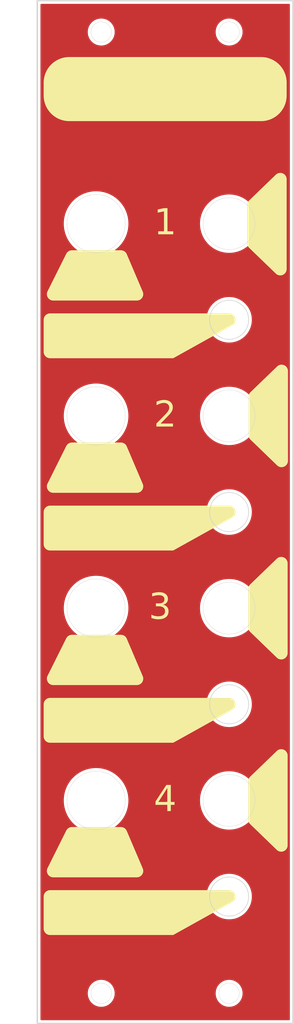
<source format=kicad_pcb>
(kicad_pcb
	(version 20241229)
	(generator "pcbnew")
	(generator_version "9.0")
	(general
		(thickness 1.6)
		(legacy_teardrops no)
	)
	(paper "A4" portrait)
	(title_block
		(title "ASMR - Module Face Plate Reference")
		(date "2025-08-12")
		(rev "A")
		(company "by Circuit Monkey")
		(comment 1 "ASMR :: Advanced Synth Module Rack")
	)
	(layers
		(0 "F.Cu" signal)
		(2 "B.Cu" signal)
		(9 "F.Adhes" user "F.Adhesive")
		(11 "B.Adhes" user "B.Adhesive")
		(13 "F.Paste" user)
		(15 "B.Paste" user)
		(5 "F.SilkS" user "F.Silkscreen")
		(7 "B.SilkS" user "B.Silkscreen")
		(1 "F.Mask" user)
		(3 "B.Mask" user)
		(17 "Dwgs.User" user "User.Drawings")
		(19 "Cmts.User" user "User.Comments")
		(21 "Eco1.User" user "User.Eco1")
		(23 "Eco2.User" user "User.Eco2")
		(25 "Edge.Cuts" user)
		(27 "Margin" user)
		(31 "F.CrtYd" user "F.Courtyard")
		(29 "B.CrtYd" user "B.Courtyard")
		(35 "F.Fab" user)
		(33 "B.Fab" user)
		(39 "User.1" user)
		(41 "User.2" user)
		(43 "User.3" user)
		(45 "User.4" user)
	)
	(setup
		(pad_to_mask_clearance 0)
		(allow_soldermask_bridges_in_footprints no)
		(tenting front back)
		(pcbplotparams
			(layerselection 0x00000000_00000000_55555555_5755f5ff)
			(plot_on_all_layers_selection 0x00000000_00000000_00000000_00000000)
			(disableapertmacros no)
			(usegerberextensions no)
			(usegerberattributes yes)
			(usegerberadvancedattributes yes)
			(creategerberjobfile yes)
			(dashed_line_dash_ratio 12.000000)
			(dashed_line_gap_ratio 3.000000)
			(svgprecision 4)
			(plotframeref no)
			(mode 1)
			(useauxorigin no)
			(hpglpennumber 1)
			(hpglpenspeed 20)
			(hpglpendiameter 15.000000)
			(pdf_front_fp_property_popups yes)
			(pdf_back_fp_property_popups yes)
			(pdf_metadata yes)
			(pdf_single_document no)
			(dxfpolygonmode yes)
			(dxfimperialunits yes)
			(dxfusepcbnewfont yes)
			(psnegative no)
			(psa4output no)
			(plot_black_and_white yes)
			(sketchpadsonfab no)
			(plotpadnumbers no)
			(hidednponfab no)
			(sketchdnponfab yes)
			(crossoutdnponfab yes)
			(subtractmaskfromsilk no)
			(outputformat 1)
			(mirror no)
			(drillshape 1)
			(scaleselection 1)
			(outputdirectory "")
		)
	)
	(net 0 "")
	(gr_poly
		(pts
			(xy 124.05 118) (xy 124.05 112) (xy 128.2 108) (xy 128.2 122)
		)
		(stroke
			(width 2)
			(type solid)
		)
		(fill yes)
		(layer "F.SilkS")
		(uuid "0122623b-6f71-4fc3-990f-84d5ed3354aa")
	)
	(gr_poly
		(pts
			(xy 124 148) (xy 124 142) (xy 128.15 138) (xy 128.15 152)
		)
		(stroke
			(width 2)
			(type solid)
		)
		(fill yes)
		(layer "F.SilkS")
		(uuid "35171d0e-bcec-4113-a910-fdc1c00b9edf")
	)
	(gr_poly
		(pts
			(xy 92 100) (xy 120 100) (xy 111 105) (xy 92 105)
		)
		(stroke
			(width 2)
			(type solid)
		)
		(fill yes)
		(layer "F.SilkS")
		(uuid "36319191-67e9-425d-84ad-0638e03e60ce")
	)
	(gr_poly
		(pts
			(xy 124 178) (xy 124 172) (xy 128.15 168) (xy 128.15 182)
		)
		(stroke
			(width 2)
			(type solid)
		)
		(fill yes)
		(layer "F.SilkS")
		(uuid "4293d874-d350-4493-b2d3-5d24187d5aa0")
	)
	(gr_poly
		(pts
			(xy 95 63) (xy 125 63) (xy 125 65) (xy 95 65)
		)
		(stroke
			(width 8)
			(type solid)
		)
		(fill yes)
		(layer "F.SilkS")
		(uuid "57bed8da-3076-4596-abf7-8994de12313c")
	)
	(gr_poly
		(pts
			(xy 95.425 180.15) (xy 103.075 180.15) (xy 105.572993 186) (xy 92.5 186)
		)
		(stroke
			(width 2)
			(type solid)
		)
		(fill yes)
		(layer "F.SilkS")
		(uuid "6f376d1d-0ffc-4ca7-bb06-e61a3d8fab85")
	)
	(gr_poly
		(pts
			(xy 123.85 88.075) (xy 123.85 82.075) (xy 128 78.075) (xy 128 92.075)
		)
		(stroke
			(width 2)
			(type solid)
		)
		(fill yes)
		(layer "F.SilkS")
		(uuid "8795345e-e11f-4ebd-8f36-f47afbaebc40")
	)
	(gr_poly
		(pts
			(xy 92 130) (xy 120 130) (xy 111 135) (xy 92 135)
		)
		(stroke
			(width 2)
			(type solid)
		)
		(fill yes)
		(layer "F.SilkS")
		(uuid "9c8b1f8d-2cd1-4dc2-96fe-cccef616eaed")
	)
	(gr_poly
		(pts
			(xy 92 190) (xy 120 190) (xy 111 195) (xy 92 195)
		)
		(stroke
			(width 2)
			(type solid)
		)
		(fill yes)
		(layer "F.SilkS")
		(uuid "a4122e7e-8016-41f7-8004-0d26781879a2")
	)
	(gr_poly
		(pts
			(xy 92 160) (xy 120 160) (xy 111 165) (xy 92 165)
		)
		(stroke
			(width 2)
			(type solid)
		)
		(fill yes)
		(layer "F.SilkS")
		(uuid "bc31bf50-ba7d-4f41-bef3-a35053d56ee1")
	)
	(gr_poly
		(pts
			(xy 95.425 90.15) (xy 103.075 90.15) (xy 105.572993 96) (xy 92.5 96)
		)
		(stroke
			(width 2)
			(type solid)
		)
		(fill yes)
		(layer "F.SilkS")
		(uuid "c3d729b9-2261-4eb0-b847-684cb8e2413b")
	)
	(gr_poly
		(pts
			(xy 95.425 150.15) (xy 103.075 150.15) (xy 105.572993 156) (xy 92.5 156)
		)
		(stroke
			(width 2)
			(type solid)
		)
		(fill yes)
		(layer "F.SilkS")
		(uuid "d65e3fe9-74f8-41b9-b0bd-f409f8703179")
	)
	(gr_poly
		(pts
			(xy 95.425 120.15) (xy 103.075 120.15) (xy 105.572993 126) (xy 92.5 126)
		)
		(stroke
			(width 2)
			(type solid)
		)
		(fill yes)
		(layer "F.SilkS")
		(uuid "df880971-d930-427f-9e29-df3aa774ef4f")
	)
	(gr_circle
		(center 99.2 175)
		(end 106.2 175)
		(stroke
			(width 0.1)
			(type default)
		)
		(fill no)
		(layer "Dwgs.User")
		(uuid "09f01210-453b-416e-a9ad-5e1614cd52d8")
	)
	(gr_circle
		(center 99.2 115)
		(end 106.2 115)
		(stroke
			(width 0.1)
			(type default)
		)
		(fill no)
		(layer "Dwgs.User")
		(uuid "0ab85ed7-06fc-4c9f-8449-7094d5102cd3")
	)
	(gr_circle
		(center 99.2 85)
		(end 103.7 85)
		(stroke
			(width 0.1)
			(type default)
		)
		(fill no)
		(layer "Dwgs.User")
		(uuid "163d1b33-44e4-4984-8cfb-0dcfa4c17ece")
	)
	(gr_rect
		(start 92.6 169.700556)
		(end 109.2 180.299444)
		(stroke
			(width 0.1)
			(type default)
		)
		(fill no)
		(layer "Dwgs.User")
		(uuid "317d1e7b-3d69-4c31-8828-4cdc407e726d")
	)
	(gr_circle
		(center 99.2 115)
		(end 103.7 115)
		(stroke
			(width 0.1)
			(type default)
		)
		(fill no)
		(layer "Dwgs.User")
		(uuid "3ab5f7e8-3200-4c08-ad6d-baa38fd8ee92")
	)
	(gr_rect
		(start 92.6 139.700556)
		(end 109.2 150.299444)
		(stroke
			(width 0.1)
			(type default)
		)
		(fill no)
		(layer "Dwgs.User")
		(uuid "4ea39643-ff1f-45bb-b487-52d3d32a1fb5")
	)
	(gr_circle
		(center 99.2 175)
		(end 103.7 175)
		(stroke
			(width 0.1)
			(type default)
		)
		(fill no)
		(layer "Dwgs.User")
		(uuid "5aca3f2b-07fe-4e3f-8abb-32f89fc19af4")
	)
	(gr_line
		(start 90 60)
		(end 130 60)
		(stroke
			(width 0.3)
			(type dot)
		)
		(layer "Dwgs.User")
		(uuid "64c00eff-0f49-4cef-9f71-530ffcd77ab2")
	)
	(gr_circle
		(center 120 85)
		(end 124.75 85)
		(stroke
			(width 0.1)
			(type solid)
		)
		(fill no)
		(layer "Dwgs.User")
		(uuid "71e95da3-7262-46b5-91c1-32da92cbe102")
	)
	(gr_rect
		(start 92.6 109.700556)
		(end 109.2 120.299444)
		(stroke
			(width 0.1)
			(type default)
		)
		(fill no)
		(layer "Dwgs.User")
		(uuid "876b8eda-dc22-440f-99f8-02e769318852")
	)
	(gr_rect
		(start 106 87.6)
		(end 114 112.6)
		(stroke
			(width 0.1)
			(type dash_dot)
		)
		(fill no)
		(layer "Dwgs.User")
		(uuid "9bed10a5-3be8-4521-bc9e-f5c64c7e07f7")
	)
	(gr_circle
		(center 99.2 144.95)
		(end 106.2 144.95)
		(stroke
			(width 0.1)
			(type default)
		)
		(fill no)
		(layer "Dwgs.User")
		(uuid "ab8f145b-86d5-4978-bda3-ebe0737f6c61")
	)
	(gr_line
		(start 90 200)
		(end 130 200)
		(stroke
			(width 0.3)
			(type dot)
		)
		(layer "Dwgs.User")
		(uuid "c186a0c9-4591-4df4-a537-50e79c76d736")
	)
	(gr_circle
		(center 99.2 85)
		(end 106.2 85)
		(stroke
			(width 0.1)
			(type default)
		)
		(fill no)
		(layer "Dwgs.User")
		(uuid "c90b7698-8ab9-4cc9-b636-d379cb8ed473")
	)
	(gr_rect
		(start 92.6 79.700556)
		(end 109.2 90.299444)
		(stroke
			(width 0.1)
			(type default)
		)
		(fill no)
		(layer "Dwgs.User")
		(uuid "ef5bd828-bec4-4f56-b8f4-c74af44ba928")
	)
	(gr_circle
		(center 99.2 145)
		(end 103.7 145)
		(stroke
			(width 0.1)
			(type default)
		)
		(fill no)
		(layer "Dwgs.User")
		(uuid "f54ac5b4-a230-4bb9-a198-bedf90b65964")
	)
	(gr_rect
		(start 109.2 62)
		(end 110.8 198)
		(stroke
			(width 0.1)
			(type default)
		)
		(fill no)
		(layer "Dwgs.User")
		(uuid "f782b23c-72d0-48e1-97a2-80c6c9ae6448")
	)
	(gr_circle
		(center 120 85)
		(end 124.05 85)
		(stroke
			(width 0.05)
			(type default)
		)
		(fill no)
		(layer "Edge.Cuts")
		(uuid "0c576e4b-6c5b-4658-83bd-89fac62bff46")
	)
	(gr_rect
		(start 90 50.2)
		(end 130 209.8)
		(stroke
			(width 0.2)
			(type solid)
		)
		(fill no)
		(layer "Edge.Cuts")
		(uuid "1171d190-a798-46f5-9799-b4d036f31a7a")
	)
	(gr_circle
		(center 120 205.1)
		(end 121.6 205.1)
		(stroke
			(width 0.05)
			(type default)
		)
		(fill no)
		(layer "Edge.Cuts")
		(uuid "24108fc9-e586-4959-a8e1-837227b3e0f8")
	)
	(gr_circle
		(center 120 145)
		(end 124.05 145)
		(stroke
			(width 0.05)
			(type default)
		)
		(fill no)
		(layer "Edge.Cuts")
		(uuid "32283893-ad54-4438-b43a-d71ea17ac408")
	)
	(gr_circle
		(center 100 205.1)
		(end 101.6 205.1)
		(stroke
			(width 0.05)
			(type default)
		)
		(fill no)
		(layer "Edge.Cuts")
		(uuid "4ff31694-d1cc-49d4-9bfb-6202efd8c715")
	)
	(gr_circle
		(center 99.2 85)
		(end 103.75 85)
		(stroke
			(width 0.05)
			(type default)
		)
		(fill no)
		(layer "Edge.Cuts")
		(uuid "577fda60-ee85-4aaf-89fb-bbb1f1bae16b")
	)
	(gr_circle
		(center 120 100)
		(end 123.05 100)
		(stroke
			(width 0.1)
			(type default)
		)
		(fill no)
		(layer "Edge.Cuts")
		(uuid "63e657aa-85c4-49ad-bbbf-e082a10566b6")
	)
	(gr_circle
		(center 120 175)
		(end 124.05 175)
		(stroke
			(width 0.05)
			(type default)
		)
		(fill no)
		(layer "Edge.Cuts")
		(uuid "8acc14dc-90f4-4c0f-b884-2d8fe1cda6a4")
	)
	(gr_circle
		(center 99.2 145)
		(end 103.75 145)
		(stroke
			(width 0.05)
			(type default)
		)
		(fill no)
		(layer "Edge.Cuts")
		(uuid "8e160ab7-85d7-486f-af00-82b28f942b8d")
	)
	(gr_circle
		(center 120 55.1)
		(end 121.6 55.1)
		(stroke
			(width 0.05)
			(type default)
		)
		(fill no)
		(layer "Edge.Cuts")
		(uuid "91dbf3f5-9c4c-4134-9605-c2284c1b7a2a")
	)
	(gr_circle
		(center 100 55.1)
		(end 101.6 55.1)
		(stroke
			(width 0.05)
			(type default)
		)
		(fill no)
		(layer "Edge.Cuts")
		(uuid "a1177261-b688-43f4-aa9b-d356714de8e7")
	)
	(gr_circle
		(center 120 190)
		(end 123.05 190)
		(stroke
			(width 0.1)
			(type default)
		)
		(fill no)
		(layer "Edge.Cuts")
		(uuid "ac185782-4d21-4845-876e-8021dd8bfc7b")
	)
	(gr_circle
		(center 120 160)
		(end 123.05 160)
		(stroke
			(width 0.1)
			(type default)
		)
		(fill no)
		(layer "Edge.Cuts")
		(uuid "b7623707-ddd9-4e17-a32a-2fbb8120b4e7")
	)
	(gr_circle
		(center 120 115)
		(end 124.05 115)
		(stroke
			(width 0.05)
			(type default)
		)
		(fill no)
		(layer "Edge.Cuts")
		(uuid "c2db8c5f-b55f-4b8d-961d-4f972595c286")
	)
	(gr_circle
		(center 120 130)
		(end 123.05 130)
		(stroke
			(width 0.1)
			(type default)
		)
		(fill no)
		(layer "Edge.Cuts")
		(uuid "c3291f37-12fe-4a80-8af2-e46f91494274")
	)
	(gr_circle
		(center 99.2 175)
		(end 103.75 175)
		(stroke
			(width 0.05)
			(type default)
		)
		(fill no)
		(layer "Edge.Cuts")
		(uuid "e44eb7f8-047c-4005-811e-cac6e60c207c")
	)
	(gr_circle
		(center 99.2 115)
		(end 103.75 115)
		(stroke
			(width 0.05)
			(type default)
		)
		(fill no)
		(layer "Edge.Cuts")
		(uuid "fc156cb7-4f11-4e8b-b6f6-93b7a4f901f4")
	)
	(gr_text "A      S      M      R"
		(at 110 52.4 0)
		(layer "F.Mask")
		(uuid "3764d7c4-46c4-4609-9db4-d5694637eae1")
		(effects
			(font
				(face "Audiowide")
				(size 2.6 2.6)
				(thickness 0.4)
				(bold yes)
			)
		)
		(render_cache "A      S      M      R" 0
			(polygon
				(pts
					(xy 95.797364 50.940144) (xy 95.873568 50.990946) (xy 95.92437 51.067309) (xy 95.942627 51.159706)
					(xy 95.942627 53.479) (xy 95.47064 53.479) (xy 95.47064 52.853811) (xy 93.857502 52.853811) (xy 93.857502 53.479)
					(xy 93.385515 53.479) (xy 93.385515 52.200523) (xy 93.857502 52.200523) (xy 93.857502 52.381824)
					(xy 95.47064 52.381824) (xy 95.47064 51.393874) (xy 94.66415 51.393874) (xy 94.574928 51.400065)
					(xy 94.417758 51.431023) (xy 94.32838 51.461388) (xy 94.22963 51.506909) (xy 94.135904 51.566899)
					(xy 94.048011 51.647886) (xy 93.973896 51.746609) (xy 93.911321 51.872846) (xy 93.87196 52.016259)
					(xy 93.857502 52.200523) (xy 93.385515 52.200523) (xy 93.396591 52.015872) (xy 93.428959 51.844778)
					(xy 93.481881 51.685353) (xy 93.555271 51.53426) (xy 93.644329 51.399838) (xy 93.749388 51.280521)
					(xy 93.869767 51.176383) (xy 94.004233 51.088506) (xy 94.15422 51.016506) (xy 94.312504 50.964512)
					(xy 94.481882 50.932744) (xy 94.66415 50.921887) (xy 95.704967 50.921887)
				)
			)
			(polygon
				(pts
					(xy 106.028831 52.724423) (xy 106.019709 52.857772) (xy 105.993904 52.971927) (xy 105.952669 53.076851)
					(xy 105.901666 53.165929) (xy 105.83917 53.244207) (xy 105.767516 53.309129) (xy 105.688658 53.363235)
					(xy 105.60844 53.405812) (xy 105.441268 53.461219) (xy 105.28124 53.479) (xy 103.494738 53.479)
					(xy 103.494738 53.007012) (xy 105.28124 53.007012) (xy 105.365321 52.997737) (xy 105.431711 52.971911)
					(xy 105.48445 52.930491) (xy 105.523701 52.875386) (xy 105.548132 52.80785) (xy 105.556844 52.724423)
					(xy 105.551896 52.663189) (xy 105.537634 52.609006) (xy 105.514083 52.559796) (xy 105.482704 52.518356)
					(xy 105.44337 52.484636) (xy 105.395546 52.459139) (xy 105.342241 52.443591) (xy 105.28124 52.438183)
					(xy 104.21915 52.438183) (xy 104.104955 52.428626) (xy 103.975933 52.398017) (xy 103.850943 52.345925)
					(xy 103.733828 52.268471) (xy 103.632902 52.166968) (xy 103.547763 52.034144) (xy 103.507829 51.93484)
					(xy 103.482473 51.817947) (xy 103.473465 51.680114) (xy 103.48249 51.542277) (xy 103.50786 51.425729)
					(xy 103.547763 51.327037) (xy 103.632827 51.194624) (xy 103.733828 51.09271) (xy 103.851005 51.014505)
					(xy 103.975933 50.962211) (xy 104.10496 50.931481) (xy 104.21915 50.921887) (xy 105.796092 50.921887)
					(xy 105.796092 51.393874) (xy 104.21915 51.393874) (xy 104.136399 51.403299) (xy 104.070536 51.429679)
					(xy 104.017687 51.4723) (xy 103.978476 51.528372) (xy 103.954115 51.596537) (xy 103.945452 51.680114)
					(xy 103.954209 51.764714) (xy 103.978641 51.832432) (xy 104.017687 51.886976) (xy 104.070326 51.928012)
					(xy 104.136186 51.953551) (xy 104.21915 51.962703) (xy 105.28124 51.962703) (xy 105.284892 51.962703)
					(xy 105.443967 51.983342) (xy 105.611139 52.041447) (xy 105.691883 52.085596) (xy 105.769421 52.140671)
					(xy 105.839759 52.206047) (xy 105.902619 52.284664) (xy 105.954185 52.373731) (xy 105.994857 52.477872)
					(xy 106.019927 52.591027)
				)
			)
			(polygon
				(pts
					(xy 116.462238 53.479) (xy 115.986759 53.479) (xy 115.986759 51.976356) (xy 115.17757 53.400097)
					(xy 115.140352 53.449775) (xy 115.091205 53.485509) (xy 115.033905 53.507276) (xy 114.972455 53.514561)
					(xy 114.912637 53.507277) (xy 114.857038 53.485509) (xy 114.809362 53.449901) (xy 114.772578 53.400097)
					(xy 113.959738 51.976356) (xy 113.959738 53.479) (xy 113.487751 53.479) (xy 113.487751 51.124144)
					(xy 113.499856 51.046712) (xy 113.535855 50.978881) (xy 113.59132 50.92591) (xy 113.662067 50.893628)
					(xy 113.738271 50.887278) (xy 113.811776 50.90363) (xy 113.876232 50.94189) (xy 113.925447 51.000789)
					(xy 114.972455 52.820789) (xy 116.019463 51.000789) (xy 116.069305 50.941603) (xy 116.134721 50.902677)
					(xy 116.209401 50.885911) (xy 116.287922 50.893628) (xy 116.357345 50.925766) (xy 116.413182 50.978881)
					(xy 116.449916 51.046777) (xy 116.462238 51.124144)
				)
			)
			(polygon
				(pts
					(xy 126.648142 51.782989) (xy 126.637812 51.936918) (xy 126.60877 52.067007) (xy 126.561828 52.186184)
					(xy 126.502402 52.287681) (xy 126.429777 52.376883) (xy 126.347772 52.45136) (xy 126.257696 52.513627)
					(xy 126.164724 52.563125) (xy 126.068055 52.601007) (xy 125.971834 52.62647) (xy 125.802439 52.645997)
					(xy 126.766893 53.479) (xy 126.037242 53.479) (xy 125.074693 52.645997) (xy 124.739396 52.645997)
					(xy 124.739396 52.17401) (xy 125.788627 52.17401) (xy 125.871942 52.161291) (xy 125.945639 52.138131)
					(xy 126.012461 52.103747) (xy 126.068358 52.060181) (xy 126.113938 52.006413) (xy 126.148055 51.941906)
					(xy 126.168803 51.869391) (xy 126.176155 51.782989) (xy 126.176155 51.491827) (xy 126.166947 51.434675)
					(xy 126.143768 51.406257) (xy 126.113604 51.39562) (xy 126.083599 51.393874) (xy 124.564763 51.393874)
					(xy 124.564763 53.479) (xy 124.092776 53.479) (xy 124.092776 51.159706) (xy 124.110874 51.067309)
					(xy 124.160883 50.990946) (xy 124.236293 50.940144) (xy 124.330595 50.921887) (xy 126.083599 50.921887)
					(xy 126.231462 50.936923) (xy 126.346978 50.978405) (xy 126.445716 51.043099) (xy 126.521771 51.120175)
					(xy 126.579957 51.209209) (xy 126.618613 51.303699) (xy 126.641088 51.401109) (xy 126.648142 51.488176)
				)
			)
		)
	)
	(gr_text "DreamLand"
		(at 110.1 199.3 0)
		(layer "F.Mask")
		(uuid "bcedbb0b-b87a-435b-80c3-e77897ef4e89")
		(effects
			(font
				(face "Kurale")
				(size 4 4)
				(thickness 0.2)
				(bold yes)
				(italic yes)
			)
		)
		(render_cache "DreamLand" 0
			(polygon
				(pts
					(xy 98.537773 197.258624) (xy 98.876978 197.331828) (xy 99.139567 197.442335) (xy 99.340444 197.585444)
					(xy 99.490335 197.761151) (xy 99.603126 197.973236) (xy 99.679061 198.211528) (xy 99.716877 198.481125)
					(xy 99.712864 198.78813) (xy 99.661061 199.139413) (xy 99.569909 199.476187) (xy 99.443175 199.785088)
					(xy 99.281019 200.069246) (xy 99.081498 200.326447) (xy 98.851081 200.542742) (xy 98.587369 200.72113)
					(xy 98.298401 200.852204) (xy 97.980548 200.932376) (xy 97.627739 200.96) (xy 96.065317 200.96)
					(xy 96.039183 200.772421) (xy 96.17254 200.743112) (xy 96.322541 200.681803) (xy 96.430216 200.607801)
					(xy 96.508188 200.503888) (xy 96.565038 200.334494) (xy 96.571204 200.304835) (xy 97.101132 200.304835)
					(xy 97.120728 200.459273) (xy 97.172715 200.555289) (xy 97.259592 200.625578) (xy 97.374961 200.670299)
					(xy 97.527844 200.686692) (xy 97.827022 200.662456) (xy 98.088693 200.592944) (xy 98.31952 200.48045)
					(xy 98.524512 200.323848) (xy 98.706645 200.118685) (xy 98.866634 199.8575) (xy 99.002909 199.530255)
					(xy 99.111758 199.124759) (xy 99.154329 198.837727) (xy 99.159967 198.575154) (xy 99.131786 198.333412)
					(xy 99.064228 198.103183) (xy 98.959018 197.910578) (xy 98.815736 197.749427) (xy 98.638709 197.629864)
					(xy 98.4172 197.554367) (xy 98.138939 197.527166) (xy 97.891327 197.547834) (xy 97.738801 197.598937)
					(xy 97.650874 197.670278) (xy 97.608688 197.761884) (xy 97.130216 200.063384) (xy 97.101132 200.304835)
					(xy 96.571204 200.304835) (xy 97.09822 197.769699) (xy 97.102722 197.712189) (xy 97.091626 197.68397)
					(xy 97.066726 197.66798) (xy 97.020795 197.6615) (xy 96.728925 197.6615) (xy 96.706943 197.458046)
					(xy 96.983936 197.379671) (xy 97.359316 197.30173) (xy 97.748164 197.248585) (xy 98.103768 197.231632)
				)
			)
			(polygon
				(pts
					(xy 99.80321 200.789762) (xy 99.908723 200.75972) (xy 100.027202 200.721406) (xy 100.098988 200.658848)
					(xy 100.146983 200.563283) (xy 100.195952 200.385052) (xy 100.491731 198.962581) (xy 100.489288 198.882226)
					(xy 100.468502 198.866594) (xy 100.424075 198.86) (xy 100.203768 198.86) (xy 100.180321 198.714675)
					(xy 100.36305 198.589835) (xy 100.560363 198.49217) (xy 100.759958 198.426437) (xy 100.909142 198.407662)
					(xy 100.976185 198.420286) (xy 101.020761 198.455289) (xy 101.044481 198.507289) (xy 101.042987 198.573747)
					(xy 100.929658 199.118653) (xy 100.942603 199.118653) (xy 101.058928 198.900599) (xy 101.185658 198.719717)
					(xy 101.3224 198.571549) (xy 101.479873 198.449146) (xy 101.622868 198.383267) (xy 101.756664 198.362721)
					(xy 101.891151 198.379578) (xy 101.995273 198.426546) (xy 102.076378 198.502916) (xy 102.128537 198.601676)
					(xy 102.149366 198.726657) (xy 102.133287 198.887599) (xy 102.092996 199.008493) (xy 102.025305 199.115555)
					(xy 101.92739 199.211221) (xy 101.81148 199.283916) (xy 101.687043 199.327037) (xy 101.551012 199.341646)
					(xy 101.468478 199.323535) (xy 101.455269 199.281807) (xy 101.510467 199.200963) (xy 101.601814 199.078108)
					(xy 101.658723 198.934494) (xy 101.664896 198.848523) (xy 101.646999 198.792588) (xy 101.608214 198.755506)
					(xy 101.549302 198.742519) (xy 101.438317 198.772582) (xy 101.282833 198.886622) (xy 101.138487 199.058398)
					(xy 100.971912 199.348729) (xy 100.835286 199.691549) (xy 100.713503 200.158639) (xy 100.677943 200.377496)
					(xy 100.671738 200.528911) (xy 100.69175 200.665974) (xy 100.738904 200.791716) (xy 100.785799 200.875003)
					(xy 100.702756 200.96) (xy 99.821284 200.96)
				)
			)
			(polygon
				(pts
					(xy 103.091696 201.032784) (xy 102.8653 201.013055) (xy 102.676639 200.95749) (xy 102.518458 200.868897)
					(xy 102.385239 200.746469) (xy 102.282922 200.59483) (xy 102.210467 200.408743) (xy 102.174783 200.209969)
					(xy 102.172896 199.983649) (xy 102.20949 199.724131) (xy 102.282317 199.461314) (xy 102.385048 199.224296)
					(xy 102.517481 199.009965) (xy 102.679747 198.818049) (xy 102.863616 198.659434) (xy 103.070935 198.531737)
					(xy 103.295918 198.438171) (xy 103.533257 198.381819) (xy 103.786078 198.362721) (xy 103.991207 198.379047)
					(xy 104.151801 198.423663) (xy 104.277045 198.49234) (xy 104.373726 198.584249) (xy 104.465028 198.73975)
					(xy 104.503457 198.914362) (xy 104.487544 199.117187) (xy 104.417317 199.323936) (xy 104.288974 199.528981)
					(xy 104.114838 199.706271) (xy 103.891591 199.850404) (xy 103.725381 199.918829) (xy 103.547516 199.960328)
					(xy 103.355478 199.97448) (xy 103.188982 199.960035) (xy 103.006699 199.914396) (xy 102.899639 199.861042)
					(xy 102.85337 199.801176) (xy 102.849163 199.729993) (xy 102.889463 199.647194) (xy 102.922073 199.619492)
					(xy 102.9515 199.611535) (xy 103.047732 199.642309) (xy 103.133719 199.664387) (xy 103.261689 199.673084)
					(xy 103.454598 199.653525) (xy 103.617721 199.597758) (xy 103.757257 199.506999) (xy 103.873865 199.386647)
					(xy 103.954574 199.254582) (xy 104.002721 199.10815) (xy 104.014809 198.978036) (xy 103.995775 198.866186)
					(xy 103.947523 198.767431) (xy 103.873112 198.689863) (xy 103.773946 198.642093) (xy 103.641731 198.624794)
					(xy 103.48975 198.642079) (xy 103.348601 198.693546) (xy 103.214771 198.781342) (xy 103.086078 198.911046)
					(xy 102.950892 199.113516) (xy 102.834077 199.380835) (xy 102.739497 199.72755) (xy 102.701574 200.028641)
					(xy 102.719211 200.256748) (xy 102.780042 200.429748) (xy 102.858421 200.53742) (xy 102.961442 200.614494)
					(xy 103.094298 200.66333) (xy 103.265841 200.681074) (xy 103.478082 200.662931) (xy 103.676511 200.609331)
					(xy 103.864331 200.51985) (xy 104.043999 200.391891) (xy 104.096511 200.373084) (xy 104.140385 200.384156)
					(xy 104.183461 200.420711) (xy 104.210725 200.47076) (xy 104.212038 200.522561) (xy 104.194208 200.555778)
					(xy 104.179065 200.575317) (xy 103.930065 200.775765) (xy 103.663468 200.917501) (xy 103.379309 201.004218)
				)
			)
			(polygon
				(pts
					(xy 106.679983 198.376187) (xy 106.992254 198.424515) (xy 107.436532 198.486308) (xy 107.495883 198.555673)
					(xy 107.400384 198.655812) (xy 107.327844 198.757906) (xy 107.294627 198.853649) (xy 106.950977 200.505952)
					(xy 106.951401 200.59033) (xy 106.988059 200.635674) (xy 107.069679 200.65323) (xy 107.188841 200.632409)
					(xy 107.338102 200.560418) (xy 107.41113 200.701835) (xy 107.238909 200.84365) (xy 107.075541 200.945345)
					(xy 106.911212 201.013356) (xy 106.785869 201.032784) (xy 106.651063 201.01599) (xy 106.561568 200.971964)
					(xy 106.504257 200.903579) (xy 106.47426 200.81436) (xy 106.466651 200.689084) (xy 106.489846 200.514989)
					(xy 106.320939 200.68986) (xy 106.162117 200.81981) (xy 106.011863 200.911639) (xy 105.76961 201.00302)
					(xy 105.526064 201.032784) (xy 105.3687 201.016273) (xy 105.229448 200.968239) (xy 105.104257 200.888436)
					(xy 105.001359 200.781391) (xy 104.919742 200.642349) (xy 104.860258 200.464431) (xy 104.83355 200.277395)
					(xy 104.837209 200.053643) (xy 104.842699 200.016999) (xy 105.393646 200.016999) (xy 105.403606 200.242307)
					(xy 105.45157 200.396287) (xy 105.542831 200.52254) (xy 105.656665 200.594653) (xy 105.800593 200.619525)
					(xy 105.992388 200.594008) (xy 106.180159 200.515748) (xy 106.369075 200.377172) (xy 106.562387 200.164745)
					(xy 106.846441 198.799427) (xy 106.721398 198.722565) (xy 106.575395 198.675148) (xy 106.40314 198.658499)
					(xy 106.179443 198.688314) (xy 105.979374 198.776569) (xy 105.795952 198.928143) (xy 105.650083 199.121302)
					(xy 105.529801 199.372309) (xy 105.438381 199.693845) (xy 105.393646 200.016999) (xy 104.842699 200.016999)
					(xy 104.877355 199.78568) (xy 104.967803 199.463469) (xy 105.092838 199.186503) (xy 105.251096 198.948689)
					(xy 105.443266 198.74545) (xy 105.668619 198.57773) (xy 105.911565 198.459218) (xy 106.175946 198.387345)
					(xy 106.466888 198.362721)
				)
			)
			(polygon
				(pts
					(xy 111.479728 201.032784) (xy 111.348744 201.016047) (xy 111.261803 200.972064) (xy 111.206176 200.903335)
					(xy 111.178496 200.813988) (xy 111.173131 200.680446) (xy 111.200558 200.48568) (xy 111.451884 199.276189)
					(xy 111.476303 199.063484) (xy 111.45575 198.925124) (xy 111.40409 198.837051) (xy 111.322817 198.78427)
					(xy 111.200802 198.764745) (xy 111.073215 198.781627) (xy 110.942992 198.834239) (xy 110.806594 198.928632)
					(xy 110.628403 199.117661) (xy 110.457327 199.390739) (xy 110.322328 199.70468) (xy 110.21626 200.080237)
					(xy 110.203315 200.141786) (xy 110.163998 200.386867) (xy 110.158374 200.553579) (xy 110.188087 200.70713)
					(xy 110.266574 200.875003) (xy 110.183531 200.96) (xy 109.573412 200.96) (xy 109.923412 199.276189)
					(xy 109.946134 199.105032) (xy 109.938858 198.981487) (xy 109.909735 198.893217) (xy 109.854758 198.823599)
					(xy 109.775057 198.780608) (xy 109.661584 198.764745) (xy 109.527216 198.782673) (xy 109.392876 198.838108)
					(xy 109.25492 198.936936) (xy 109.134842 199.060373) (xy 109.018632 199.219856) (xy 108.906629 199.421514)
					(xy 108.774029 199.749399) (xy 108.66947 200.141786) (xy 108.632996 200.365905) (xy 108.626239 200.520362)
					(xy 108.645341 200.660843) (xy 108.691451 200.791716) (xy 108.738346 200.875003) (xy 108.655303 200.96)
					(xy 107.773831 200.96) (xy 107.755757 200.789762) (xy 107.86127 200.75972) (xy 107.979749 200.721406)
					(xy 108.051535 200.658848) (xy 108.09953 200.563283) (xy 108.1485 200.385052) (xy 108.444278 198.962581)
					(xy 108.441835 198.882226) (xy 108.421049 198.866594) (xy 108.376622 198.86) (xy 108.156315 198.86)
					(xy 108.132868 198.714675) (xy 108.315598 198.589835) (xy 108.51291 198.49217) (xy 108.712505 198.426437)
					(xy 108.861689 198.407662) (xy 108.928732 198.420286) (xy 108.973308 198.455289) (xy 108.997028 198.507289)
					(xy 108.995534 198.573747) (xy 108.87268 199.126468) (xy 109.013064 198.910673) (xy 109.174305 198.72751)
					(xy 109.357257 198.573991) (xy 109.561258 198.451971) (xy 109.750005 198.384234) (xy 109.928297 198.362721)
					(xy 110.126249 198.386452) (xy 110.263498 198.44952) (xy 110.356699 198.547857) (xy 110.412551 198.676977)
					(xy 110.436876 198.851814) (xy 110.420447 199.087634) (xy 110.549319 198.900564) (xy 110.706083 198.73067)
					(xy 110.893056 198.576922) (xy 111.099489 198.452672) (xy 111.287448 198.384273) (xy 111.462142 198.362721)
					(xy 111.629233 198.379136) (xy 111.752884 198.423339) (xy 111.843629 198.49142) (xy 111.907885 198.584738)
					(xy 111.953063 198.737184) (xy 111.961273 198.960162) (xy 111.91619 199.279609) (xy 111.6612 200.505952)
					(xy 111.658407 200.603681) (xy 111.690634 200.652465) (xy 111.75963 200.670083) (xy 111.882144 200.645365)
					(xy 112.030984 200.55993) (xy 112.110363 200.701591) (xy 111.93833 200.84359) (xy 111.775017 200.945345)
					(xy 111.610034 201.013098)
				)
			)
			(polygon
				(pts
					(xy 114.695918 201.028632) (xy 114.671783 200.997763) (xy 114.63388 200.97612) (xy 114.503943 200.96)
					(xy 112.519958 200.96) (xy 112.491382 200.7839) (xy 112.613747 200.754103) (xy 112.784819 200.686271)
					(xy 112.88046 200.613663) (xy 112.944018 200.508598) (xy 113.002338 200.312267) (xy 113.486671 197.982435)
					(xy 113.512348 197.767338) (xy 113.492533 197.660523) (xy 113.426087 197.586563) (xy 113.278088 197.521304)
					(xy 113.153524 197.491018) (xy 113.256839 197.304417) (xy 114.355932 197.304417) (xy 114.410886 197.391367)
					(xy 114.321249 197.491263) (xy 114.178599 197.660997) (xy 114.07432 197.839309) (xy 113.996869 198.041814)
					(xy 113.923866 198.32755) (xy 113.517446 200.281981) (xy 113.493109 200.433645) (xy 113.491556 200.521584)
					(xy 113.512644 200.588509) (xy 113.55628 200.626608) (xy 113.623472 200.645173) (xy 113.7485 200.65323)
					(xy 114.181298 200.65323) (xy 114.350046 200.641461) (xy 114.472507 200.610506) (xy 114.55963 200.565059)
					(xy 114.671644 200.447303) (xy 114.803873 200.20993) (xy 114.857851 200.091472) (xy 115.035904 200.145938)
					(xy 114.851989 201.030586) (xy 114.726936 201.085296)
				)
			)
			(polygon
				(pts
					(xy 117.285985 198.376187) (xy 117.598255 198.424515) (xy 118.042533 198.486308) (xy 118.101884 198.555673)
					(xy 118.006385 198.655812) (xy 117.933845 198.757906) (xy 117.900628 198.853649) (xy 117.556978 200.505952)
					(xy 117.557402 200.59033) (xy 117.59406 200.635674) (xy 117.67568 200.65323) (xy 117.794842 200.632409)
					(xy 117.944103 200.560418) (xy 118.017132 200.701835) (xy 117.84491 200.84365) (xy 117.681542 200.945345)
					(xy 117.517213 201.013356) (xy 117.39187 201.032784) (xy 117.257064 201.01599) (xy 117.16757 200.971964)
					(xy 117.110258 200.903579) (xy 117.080261 200.81436) (xy 117.072653 200.689084) (xy 117.095848 200.514989)
					(xy 116.92694 200.68986) (xy 116.768119 200.81981) (xy 116.617865 200.911639) (xy 116.375611 201.00302)
					(xy 116.132066 201.032784) (xy 115.974702 201.016273) (xy 115.83545 200.968239) (xy 115.710258 200.888436)
					(xy 115.607361 200.781391) (xy 115.525743 200.642349) (xy 115.46626 200.464431) (xy 115.439551 200.277395)
					(xy 115.443211 200.053643) (xy 115.448701 200.016999) (xy 115.999647 200.016999) (xy 116.009607 200.242307)
					(xy 116.057571 200.396287) (xy 116.148832 200.52254) (xy 116.262666 200.594653) (xy 116.406594 200.619525)
					(xy 116.598389 200.594008) (xy 116.78616 200.515748) (xy 116.975076 200.377172) (xy 117.168388 200.164745)
					(xy 117.452442 198.799427) (xy 117.3274 198.722565) (xy 117.181396 198.675148) (xy 117.009142 198.658499)
					(xy 116.785445 198.688314) (xy 116.585375 198.776569) (xy 116.401954 198.928143) (xy 116.256085 199.121302)
					(xy 116.135802 199.372309) (xy 116.044382 199.693845) (xy 115.999647 200.016999) (xy 115.448701 200.016999)
					(xy 115.483357 199.78568) (xy 115.573805 199.463469) (xy 115.69884 199.186503) (xy 115.857097 198.948689)
					(xy 116.049267 198.74545) (xy 116.274621 198.57773) (xy 116.517567 198.459218) (xy 116.781947 198.387345)
					(xy 117.072889 198.362721)
				)
			)
			(polygon
				(pts
					(xy 120.606839 201.032784) (xy 120.475813 201.015964) (xy 120.389938 200.971957) (xy 120.335973 200.903335)
					(xy 120.309664 200.814172) (xy 120.305224 200.680617) (xy 120.333042 200.48568) (xy 120.584368 199.276189)
					(xy 120.6052 199.106156) (xy 120.593363 198.982645) (xy 120.557013 198.893217) (xy 120.493385 198.824705)
					(xy 120.400544 198.78108) (xy 120.267585 198.764745) (xy 120.133217 198.782673) (xy 119.998877 198.838108)
					(xy 119.860921 198.936936) (xy 119.740843 199.060373) (xy 119.624633 199.219856) (xy 119.512631 199.421514)
					(xy 119.380031 199.749399) (xy 119.275471 200.141786) (xy 119.238997 200.365905) (xy 119.23224 200.520362)
					(xy 119.251343 200.660843) (xy 119.297453 200.791716) (xy 119.344347 200.875003) (xy 119.261305 200.96)
					(xy 118.379832 200.96) (xy 118.361758 200.789762) (xy 118.467271 200.75972) (xy 118.585751 200.721406)
					(xy 118.657537 200.658848) (xy 118.705532 200.563283) (xy 118.754501 200.385052) (xy 119.050279 198.962581)
					(xy 119.047837 198.882226) (xy 119.02705 198.866594) (xy 118.982624 198.86) (xy 118.762317 198.86)
					(xy 118.738869 198.714675) (xy 118.921599 198.589835) (xy 119.118911 198.49217) (xy 119.318506 198.426437)
					(xy 119.46769 198.407662) (xy 119.534734 198.420286) (xy 119.579309 198.455289) (xy 119.60303 198.507289)
					(xy 119.601535 198.573747) (xy 119.478681 199.126468) (xy 119.618444 198.91474) (xy 119.782064 198.732366)
					(xy 119.97083 198.576922) (xy 120.180863 198.453459) (xy 120.376307 198.384645) (xy 120.561898 198.362721)
					(xy 120.734905 198.379129) (xy 120.864226 198.423419) (xy 120.960195 198.491575) (xy 121.029379 198.584494)
					(xy 121.080214 198.737709) (xy 121.092181 198.960703) (xy 121.048674 199.279609) (xy 120.793684 200.505952)
					(xy 120.79148 200.60299) (xy 120.825217 200.652101) (xy 120.897976 200.670083) (xy 121.016351 200.645827)
					(xy 121.16933 200.559685) (xy 121.242847 200.701835) (xy 121.075913 200.838875) (xy 120.90799 200.942414)
					(xy 120.73757 201.012659)
				)
			)
			(polygon
				(pts
					(xy 124.505263 196.986645) (xy 124.549895 197.021828) (xy 124.573026 197.074509) (xy 124.570656 197.145903)
					(xy 123.872121 200.505952) (xy 123.872545 200.59033) (xy 123.909204 200.635674) (xy 123.990823 200.65323)
					(xy 124.109985 200.632409) (xy 124.259246 200.560418) (xy 124.332275 200.701835) (xy 124.160053 200.84365)
					(xy 123.996685 200.945345) (xy 123.832356 201.013356) (xy 123.707013 201.032784) (xy 123.572207 201.01599)
					(xy 123.482713 200.971964) (xy 123.425401 200.903579) (xy 123.395404 200.81436) (xy 123.387796 200.689084)
					(xy 123.410991 200.514989) (xy 123.242083 200.68986) (xy 123.083262 200.81981) (xy 122.933008 200.911639)
					(xy 122.690754 201.00302) (xy 122.447209 201.032784) (xy 122.289845 201.016273) (xy 122.150593 200.968239)
					(xy 122.025401 200.888436) (xy 121.922504 200.781391) (xy 121.840886 200.642349) (xy 121.781403 200.464431)
					(xy 121.754694 200.277395) (xy 121.758354 200.053643) (xy 121.763844 200.016999) (xy 122.31479 200.016999)
					(xy 122.32475 200.242307) (xy 122.372715 200.396287) (xy 122.463975 200.52254) (xy 122.577809 200.594653)
					(xy 122.721738 200.619525) (xy 122.913532 200.594008) (xy 123.101303 200.515748) (xy 123.290219 200.377172)
					(xy 123.483531 200.164745) (xy 123.767585 198.799427) (xy 123.642543 198.722565) (xy 123.49654 198.675148)
					(xy 123.324285 198.658499) (xy 123.100588 198.688314) (xy 122.900518 198.776569) (xy 122.717097 198.928143)
					(xy 122.571228 199.121302) (xy 122.450945 199.372309) (xy 122.359525 199.693845) (xy 122.31479 200.016999)
					(xy 121.763844 200.016999) (xy 121.7985 199.78568) (xy 121.888948 199.463469) (xy 122.013983 199.186503)
					(xy 122.17224 198.948689) (xy 122.36441 198.74545) (xy 122.589764 198.57773) (xy 122.83271 198.459218)
					(xy 123.097091 198.387345) (xy 123.388032 198.362721) (xy 123.662919 198.379597) (xy 123.84037 198.421584)
					(xy 124.025994 197.528876) (xy 124.023552 197.44852) (xy 124.003618 197.432706) (xy 123.963957 197.426294)
					(xy 123.738032 197.426294) (xy 123.71947 197.286343) (xy 123.897063 197.161542) (xy 124.093894 197.061395)
					(xy 124.293622 196.993126) (xy 124.438032 196.973956)
				)
			)
		)
	)
	(gr_text "3"
		(at 109.2 145 0)
		(layer "F.SilkS")
		(uuid "176f1db4-6fcc-4912-9c57-cacafeee1691")
		(effects
			(font
				(face "Audiowide")
				(size 4 4)
				(thickness 0.15)
			)
		)
		(render_cache "3" 0
			(polygon
				(pts
					(xy 110.829832 145.662756) (xy 110.803237 145.924493) (xy 110.729937 146.128527) (xy 110.616137 146.303027)
					(xy 110.481298 146.437494) (xy 110.325193 146.539962) (xy 110.157676 146.60822) (xy 109.984938 146.647689)
					(xy 109.832589 146.66) (xy 107.553559 146.66) (xy 107.553559 145.949497) (xy 109.832589 145.949497)
					(xy 109.963448 145.929275) (xy 110.04679 145.875736) (xy 110.097703 145.789994) (xy 110.116643 145.662756)
					(xy 110.116643 145.058743) (xy 107.553559 145.058743) (xy 107.553559 144.342868) (xy 110.116643 144.342868)
					(xy 110.116643 143.744473) (xy 110.096967 143.610832) (xy 110.044956 143.524514) (xy 109.960993 143.471841)
					(xy 109.832589 143.452114) (xy 107.553559 143.452114) (xy 107.553559 142.741612) (xy 109.832589 142.741612)
					(xy 110.009833 142.753763) (xy 110.160362 142.788018) (xy 110.29849 142.843198) (xy 110.41584 142.912337)
					(xy 110.519207 142.996619) (xy 110.605617 143.091367) (xy 110.734089 143.303126) (xy 110.806629 143.527341)
					(xy 110.829832 143.739099)
				)
			)
		)
	)
	(gr_text "2"
		(at 110 115 0)
		(layer "F.SilkS")
		(uuid "2879ed33-57b4-4e6a-9514-18553befc7d8")
		(effects
			(font
				(face "Audiowide")
				(size 4 4)
				(thickness 0.15)
			)
		)
		(render_cache "2" 0
			(polygon
				(pts
					(xy 111.781996 116.66) (xy 108.183322 116.66) (xy 108.183322 115.345729) (xy 108.206525 115.131284)
					(xy 108.27882 114.905847) (xy 108.406071 114.692623) (xy 108.491501 114.59794) (xy 108.594626 114.513593)
					(xy 108.711977 114.444455) (xy 108.850104 114.389274) (xy 109.000634 114.355019) (xy 109.177878 114.342868)
					(xy 110.779134 114.342868) (xy 110.910354 114.322986) (xy 110.99358 114.270572) (xy 111.044439 114.185819)
					(xy 111.063433 114.058569) (xy 111.063433 113.744473) (xy 111.044001 113.61244) (xy 110.992359 113.525875)
					(xy 110.9088 113.471988) (xy 110.784508 113.452114) (xy 108.503035 113.452114) (xy 108.503035 112.741612)
					(xy 110.784508 112.741612) (xy 110.959597 112.75372) (xy 111.109839 112.788018) (xy 111.247967 112.843198)
					(xy 111.365317 112.912337) (xy 111.468684 112.996619) (xy 111.555094 113.091367) (xy 111.685031 113.303126)
					(xy 111.758793 113.527341) (xy 111.781996 113.739099) (xy 111.781996 114.058569) (xy 111.755394 114.32052)
					(xy 111.6821 114.524584) (xy 111.568081 114.698783) (xy 111.43224 114.833307) (xy 111.275119 114.936386)
					(xy 111.108374 115.005498) (xy 110.936852 115.046058) (xy 110.784508 115.058743) (xy 109.177878 115.058743)
					(xy 109.095473 115.06561) (xy 109.038416 115.083412) (xy 108.957816 115.148869) (xy 108.915562 115.241926)
					(xy 108.893824 115.345729) (xy 108.893824 115.949497) (xy 111.781996 115.949497)
				)
			)
		)
	)
	(gr_text "4"
		(at 110 175 0)
		(layer "F.SilkS")
		(uuid "970e5a96-fdad-4fec-8cd3-f4bda04978ff")
		(effects
			(font
				(face "Audiowide")
				(size 4 4)
				(thickness 0.15)
			)
		)
		(render_cache "4" 0
			(polygon
				(pts
					(xy 111.728751 176.66) (xy 111.012875 176.66) (xy 111.012875 175.058743) (xy 108.488137 175.058743)
					(xy 108.345988 175.030167) (xy 108.232659 174.953719) (xy 108.157432 174.84039) (xy 108.130077 174.700928)
					(xy 108.130077 172.741612) (xy 108.840579 172.741612) (xy 108.840579 174.342868) (xy 111.012875 174.342868)
					(xy 111.012875 172.741612) (xy 111.728751 172.741612)
				)
			)
		)
	)
	(gr_text "1"
		(at 110 85 0)
		(layer "F.SilkS")
		(uuid "a58e6943-ad52-4c2e-942a-efbb518db8c9")
		(effects
			(font
				(face "Audiowide")
				(size 4 4)
				(thickness 0.15)
			)
		)
		(render_cache "1" 0
			(polygon
				(pts
					(xy 110.55663 86.66) (xy 109.843441 86.66) (xy 109.843441 83.452114) (xy 109.201326 83.452114)
					(xy 109.201326 82.741612) (xy 110.55663 82.741612)
				)
			)
		)
	)
	(gr_text "Chassis Rail"
		(at 110 59.4 0)
		(layer "Cmts.User")
		(uuid "06a15989-5410-4685-a305-ed5d3834595d")
		(effects
			(font
				(size 1 1)
				(thickness 0.15)
			)
			(justify bottom)
		)
	)
	(gr_text "Chassis Rail"
		(at 110 200.1 0)
		(layer "Cmts.User")
		(uuid "1041afce-0de2-426e-ab1b-150bdc081e13")
		(effects
			(font
				(size 1 1)
				(thickness 0.15)
			)
			(justify top)
		)
	)
	(gr_text "Slot (on Backplane)"
		(at 114 100.1 90)
		(layer "Cmts.User")
		(uuid "4a597b6b-9b87-4922-b687-46406afd44e0")
		(effects
			(font
				(size 1 1)
				(thickness 0.15)
			)
			(justify bottom)
		)
	)
	(gr_text "Moudle PCB"
		(at 110 150.1 90)
		(layer "Cmts.User")
		(uuid "63fbecbd-9ab3-4192-8319-3d1c0b8fb48f")
		(effects
			(font
				(size 0.7 0.7)
				(thickness 0.07)
			)
		)
	)
	(dimension
		(type orthogonal)
		(layer "Dwgs.User")
		(uuid "425ca8b7-1c45-452f-9b9b-70990d3c9fec")
		(pts
			(xy 109 145) (xy 109 175)
		)
		(height -22.5)
		(orientation 1)
		(format
			(prefix "")
			(suffix "")
			(units 3)
			(units_format 0)
			(precision 4)
			(suppress_zeroes yes)
		)
		(style
			(thickness 0.1)
			(arrow_length 1.27)
			(text_position_mode 0)
			(arrow_direction outward)
			(extension_height 0.58642)
			(extension_offset 0.5)
			(keep_text_aligned yes)
		)
		(gr_text "30"
			(at 85.35 160 90)
			(layer "Dwgs.User")
			(uuid "425ca8b7-1c45-452f-9b9b-70990d3c9fec")
			(effects
				(font
					(size 1 1)
					(thickness 0.15)
				)
			)
		)
	)
	(dimension
		(type orthogonal)
		(layer "Dwgs.User")
		(uuid "5afd9568-e1b0-4601-a8f6-5c92879454f8")
		(pts
			(xy 109.2 62) (xy 109.2 85)
		)
		(height -22.8)
		(orientation 1)
		(format
			(prefix "")
			(suffix "")
			(units 3)
			(units_format 0)
			(precision 4)
			(suppress_zeroes yes)
		)
		(style
			(thickness 0.1)
			(arrow_length 1.27)
			(text_position_mode 0)
			(arrow_direction outward)
			(extension_height 0.58642)
			(extension_offset 0.5)
			(keep_text_aligned yes)
		)
		(gr_text "23"
			(at 85.25 73.5 90)
			(layer "Dwgs.User")
			(uuid "5afd9568-e1b0-4601-a8f6-5c92879454f8")
			(effects
				(font
					(size 1 1)
					(thickness 0.15)
				)
			)
		)
	)
	(dimension
		(type orthogonal)
		(layer "Dwgs.User")
		(uuid "c5585888-7ae1-4352-a8fa-6bb8bb240200")
		(pts
			(xy 109.2 85) (xy 109.2 115)
		)
		(height -22.8)
		(orientation 1)
		(format
			(prefix "")
			(suffix "")
			(units 3)
			(units_format 0)
			(precision 4)
			(suppress_zeroes yes)
		)
		(style
			(thickness 0.1)
			(arrow_length 1.27)
			(text_position_mode 0)
			(arrow_direction outward)
			(extension_height 0.58642)
			(extension_offset 0.5)
			(keep_text_aligned yes)
		)
		(gr_text "30"
			(at 85.25 100 90)
			(layer "Dwgs.User")
			(uuid "c5585888-7ae1-4352-a8fa-6bb8bb240200")
			(effects
				(font
					(size 1 1)
					(thickness 0.15)
				)
			)
		)
	)
	(dimension
		(type orthogonal)
		(layer "Dwgs.User")
		(uuid "d0ebe911-d015-4fc6-96cd-fa68351e619b")
		(pts
			(xy 109 115) (xy 109 145)
		)
		(height -22.5)
		(orientation 1)
		(format
			(prefix "")
			(suffix "")
			(units 3)
			(units_format 0)
			(precision 4)
			(suppress_zeroes yes)
		)
		(style
			(thickness 0.1)
			(arrow_length 1.27)
			(text_position_mode 0)
			(arrow_direction outward)
			(extension_height 0.58642)
			(extension_offset 0.5)
			(keep_text_aligned yes)
		)
		(gr_text "30"
			(at 85.35 130 90)
			(layer "Dwgs.User")
			(uuid "d0ebe911-d015-4fc6-96cd-fa68351e619b")
			(effects
				(font
					(size 1 1)
					(thickness 0.15)
				)
			)
		)
	)
	(zone
		(net 0)
		(net_name "")
		(layer "F.Cu")
		(uuid "25fdd3c7-338b-4995-a357-d1eb0c22cadf")
		(hatch edge 0.5)
		(connect_pads
			(clearance 0.3)
		)
		(min_thickness 0.25)
		(filled_areas_thickness no)
		(fill yes
			(thermal_gap 0.3)
			(thermal_bridge_width 0.5)
			(island_removal_mode 1)
			(island_area_min 10)
		)
		(polygon
			(pts
				(xy 90 50.2) (xy 130 50.2) (xy 130 209.8) (xy 90 209.8)
			)
		)
		(filled_polygon
			(layer "F.Cu")
			(island)
			(pts
				(xy 129.442539 50.720185) (xy 129.488294 50.772989) (xy 129.4995 50.8245) (xy 129.4995 209.1755)
				(xy 129.479815 209.242539) (xy 129.427011 209.288294) (xy 129.3755 209.2995) (xy 90.6245 209.2995)
				(xy 90.557461 209.279815) (xy 90.511706 209.227011) (xy 90.5005 209.1755) (xy 90.5005 204.962332)
				(xy 97.8995 204.962332) (xy 97.8995 205.237667) (xy 97.899501 205.237684) (xy 97.935438 205.510655)
				(xy 97.935439 205.51066) (xy 97.93544 205.510666) (xy 97.935441 205.510668) (xy 98.006704 205.77663)
				(xy 98.112075 206.031017) (xy 98.11208 206.031028) (xy 98.191809 206.169121) (xy 98.249751 206.269479)
				(xy 98.249753 206.269482) (xy 98.249754 206.269483) (xy 98.41737 206.487926) (xy 98.417376 206.487933)
				(xy 98.612066 206.682623) (xy 98.612072 206.682628) (xy 98.830521 206.850249) (xy 98.983778 206.938732)
				(xy 99.068971 206.987919) (xy 99.068976 206.987921) (xy 99.068979 206.987923) (xy 99.323368 207.093295)
				(xy 99.589334 207.16456) (xy 99.862326 207.2005) (xy 99.862333 207.2005) (xy 100.137667 207.2005)
				(xy 100.137674 207.2005) (xy 100.410666 207.16456) (xy 100.676632 207.093295) (xy 100.931021 206.987923)
				(xy 101.169479 206.850249) (xy 101.387928 206.682628) (xy 101.582628 206.487928) (xy 101.750249 206.269479)
				(xy 101.887923 206.031021) (xy 101.993295 205.776632) (xy 102.06456 205.510666) (xy 102.1005 205.237674)
				(xy 102.1005 204.962332) (xy 117.8995 204.962332) (xy 117.8995 205.237667) (xy 117.899501 205.237684)
				(xy 117.935438 205.510655) (xy 117.935439 205.51066) (xy 117.93544 205.510666) (xy 117.935441 205.510668)
				(xy 118.006704 205.77663) (xy 118.112075 206.031017) (xy 118.11208 206.031028) (xy 118.191809 206.169121)
				(xy 118.249751 206.269479) (xy 118.249753 206.269482) (xy 118.249754 206.269483) (xy 118.41737 206.487926)
				(xy 118.417376 206.487933) (xy 118.612066 206.682623) (xy 118.612072 206.682628) (xy 118.830521 206.850249)
				(xy 118.983778 206.938732) (xy 119.068971 206.987919) (xy 119.068976 206.987921) (xy 119.068979 206.987923)
				(xy 119.323368 207.093295) (xy 119.589334 207.16456) (xy 119.862326 207.2005) (xy 119.862333 207.2005)
				(xy 120.137667 207.2005) (xy 120.137674 207.2005) (xy 120.410666 207.16456) (xy 120.676632 207.093295)
				(xy 120.931021 206.987923) (xy 121.169479 206.850249) (xy 121.387928 206.682628) (xy 121.582628 206.487928)
				(xy 121.750249 206.269479) (xy 121.887923 206.031021) (xy 121.993295 205.776632) (xy 122.06456 205.510666)
				(xy 122.1005 205.237674) (xy 122.1005 204.962326) (xy 122.06456 204.689334) (xy 121.993295 204.423368)
				(xy 121.887923 204.168979) (xy 121.887921 204.168976) (xy 121.887919 204.168971) (xy 121.838732 204.083778)
				(xy 121.750249 203.930521) (xy 121.582628 203.712072) (xy 121.582623 203.712066) (xy 121.387933 203.517376)
				(xy 121.387926 203.51737) (xy 121.169483 203.349754) (xy 121.169482 203.349753) (xy 121.169479 203.349751)
				(xy 121.074407 203.294861) (xy 120.931028 203.21208) (xy 120.931017 203.212075) (xy 120.67663 203.106704)
				(xy 120.543649 203.071072) (xy 120.410666 203.03544) (xy 120.41066 203.035439) (xy 120.410655 203.035438)
				(xy 120.137684 202.999501) (xy 120.137679 202.9995) (xy 120.137674 202.9995) (xy 119.862326 202.9995)
				(xy 119.86232 202.9995) (xy 119.862315 202.999501) (xy 119.589344 203.035438) (xy 119.589337 203.035439)
				(xy 119.589334 203.03544) (xy 119.533125 203.0505) (xy 119.323369 203.106704) (xy 119.068982 203.212075)
				(xy 119.068971 203.21208) (xy 118.830516 203.349754) (xy 118.612073 203.51737) (xy 118.612066 203.517376)
				(xy 118.417376 203.712066) (xy 118.41737 203.712073) (xy 118.249754 203.930516) (xy 118.11208 204.168971)
				(xy 118.112075 204.168982) (xy 118.006704 204.423369) (xy 117.935441 204.689331) (xy 117.935438 204.689344)
				(xy 117.899501 204.962315) (xy 117.8995 204.962332) (xy 102.1005 204.962332) (xy 102.1005 204.962326)
				(xy 102.06456 204.689334) (xy 101.993295 204.423368) (xy 101.887923 204.168979) (xy 101.887921 204.168976)
				(xy 101.887919 204.168971) (xy 101.838732 204.083778) (xy 101.750249 203.930521) (xy 101.582628 203.712072)
				(xy 101.582623 203.712066) (xy 101.387933 203.517376) (xy 101.387926 203.51737) (xy 101.169483 203.349754)
				(xy 101.169482 203.349753) (xy 101.169479 203.349751) (xy 101.074407 203.294861) (xy 100.931028 203.21208)
				(xy 100.931017 203.212075) (xy 100.67663 203.106704) (xy 100.543649 203.071072) (xy 100.410666 203.03544)
				(xy 100.41066 203.035439) (xy 100.410655 203.035438) (xy 100.137684 202.999501) (xy 100.137679 202.9995)
				(xy 100.137674 202.9995) (xy 99.862326 202.9995) (xy 99.86232 202.9995) (xy 99.862315 202.999501)
				(xy 99.589344 203.035438) (xy 99.589337 203.035439) (xy 99.589334 203.03544) (xy 99.533125 203.0505)
				(xy 99.323369 203.106704) (xy 99.068982 203.212075) (xy 99.068971 203.21208) (xy 98.830516 203.349754)
				(xy 98.612073 203.51737) (xy 98.612066 203.517376) (xy 98.417376 203.712066) (xy 98.41737 203.712073)
				(xy 98.249754 203.930516) (xy 98.11208 204.168971) (xy 98.112075 204.168982) (xy 98.006704 204.423369)
				(xy 97.935441 204.689331) (xy 97.935438 204.689344) (xy 97.899501 204.962315) (xy 97.8995 204.962332)
				(xy 90.5005 204.962332) (xy 90.5005 189.825578) (xy 116.4495 189.825578) (xy 116.4495 190.174421)
				(xy 116.483692 190.521594) (xy 116.551744 190.863721) (xy 116.551747 190.863732) (xy 116.653016 191.197571)
				(xy 116.786516 191.519867) (xy 116.786518 191.519872) (xy 116.950955 191.827511) (xy 116.950972 191.827539)
				(xy 117.144759 192.117563) (xy 117.144776 192.117586) (xy 117.366084 192.387251) (xy 117.612748 192.633915)
				(xy 117.612753 192.633919) (xy 117.612754 192.63392) (xy 117.882419 192.855228) (xy 117.882426 192.855233)
				(xy 117.882436 192.85524) (xy 118.17246 193.049027) (xy 118.172465 193.04903) (xy 118.172477 193.049038)
				(xy 118.172486 193.049042) (xy 118.172488 193.049044) (xy 118.480127 193.213481) (xy 118.480129 193.213481)
				(xy 118.480135 193.213485) (xy 118.80243 193.346984) (xy 119.136258 193.44825) (xy 119.136264 193.448251)
				(xy 119.136267 193.448252) (xy 119.136278 193.448255) (xy 119.478405 193.516307) (xy 119.825575 193.5505)
				(xy 119.825578 193.5505) (xy 120.174422 193.5505) (xy 120.174425 193.5505) (xy 120.521595 193.516307)
				(xy 120.588197 193.503059) (xy 120.863721 193.448255) (xy 120.863732 193.448252) (xy 120.863732 193.448251)
				(xy 120.863742 193.44825) (xy 121.19757 193.346984) (xy 121.519865 193.213485) (xy 121.827523 193.049038)
				(xy 122.117581 192.855228) (xy 122.387246 192.63392) (xy 122.63392 192.387246) (xy 122.855228 192.117581)
				(xy 123.049038 191.827523) (xy 123.213485 191.519865) (xy 123.346984 191.19757) (xy 123.44825 190.863742)
				(xy 123.448252 190.863732) (xy 123.448255 190.863721) (xy 123.516307 190.521594) (xy 123.5505 190.174421)
				(xy 123.5505 189.825578) (xy 123.516307 189.478405) (xy 123.448255 189.136278) (xy 123.448252 189.136267)
				(xy 123.448251 189.136264) (xy 123.44825 189.136258) (xy 123.346984 188.80243) (xy 123.213485 188.480135)
				(xy 123.049038 188.172477) (xy 123.049027 188.17246) (xy 122.85524 187.882436) (xy 122.855233 187.882426)
				(xy 122.855228 187.882419) (xy 122.63392 187.612754) (xy 122.633919 187.612753) (xy 122.633915 187.612748)
				(xy 122.387251 187.366084) (xy 122.117586 187.144776) (xy 122.117563 187.144759) (xy 121.827539 186.950972)
				(xy 121.827511 186.950955) (xy 121.519872 186.786518) (xy 121.519867 186.786516) (xy 121.197571 186.653016)
				(xy 120.863732 186.551747) (xy 120.863721 186.551744) (xy 120.521594 186.483692) (xy 120.26012 186.45794)
				(xy 120.174425 186.4495) (xy 119.825575 186.4495) (xy 119.746394 186.457298) (xy 119.478405 186.483692)
				(xy 119.136278 186.551744) (xy 119.136267 186.551747) (xy 118.802428 186.653016) (xy 118.480132 186.786516)
				(xy 118.480127 186.786518) (xy 118.172488 186.950955) (xy 118.17246 186.950972) (xy 117.882436 187.144759)
				(xy 117.882413 187.144776) (xy 117.612748 187.366084) (xy 117.366084 187.612748) (xy 117.144776 187.882413)
				(xy 117.144759 187.882436) (xy 116.950972 188.17246) (xy 116.950955 188.172488) (xy 116.786518 188.480127)
				(xy 116.786516 188.480132) (xy 116.653016 188.802428) (xy 116.551747 189.136267) (xy 116.551744 189.136278)
				(xy 116.483692 189.478405) (xy 116.4495 189.825578) (xy 90.5005 189.825578) (xy 90.5005 174.779486)
				(xy 94.1495 174.779486) (xy 94.1495 175.220513) (xy 94.187937 175.659853) (xy 94.187937 175.659857)
				(xy 94.264517 176.09416) (xy 94.264521 176.094177) (xy 94.378659 176.520151) (xy 94.529506 176.934597)
				(xy 94.715873 177.334265) (xy 94.715886 177.334289) (xy 94.870878 177.602743) (xy 94.936393 177.716217)
				(xy 94.936397 177.716223) (xy 94.936404 177.716234) (xy 95.189351 178.07748) (xy 95.299467 178.20871)
				(xy 95.472833 178.415319) (xy 95.784681 178.727167) (xy 95.886714 178.812783) (xy 96.122519 179.010648)
				(xy 96.483765 179.263595) (xy 96.483772 179.263599) (xy 96.483783 179.263607) (xy 96.801193 179.446864)
				(xy 96.86571 179.484113) (xy 96.865734 179.484126) (xy 97.265402 179.670493) (xy 97.265407 179.670494)
				(xy 97.265416 179.670499) (xy 97.679838 179.821337) (xy 97.679844 179.821338) (xy 97.679848 179.82134)
				(xy 97.795854 179.852423) (xy 98.10583 179.935481) (xy 98.540149 180.012063) (xy 98.979488 180.050499)
				(xy 98.979489 180.0505) (xy 98.97949 180.0505) (xy 99.420511 180.0505) (xy 99.420511 180.050499)
				(xy 99.859851 180.012063) (xy 100.29417 179.935481) (xy 100.720162 179.821337) (xy 101.134584 179.670499)
				(xy 101.134597 179.670493) (xy 101.534265 179.484126) (xy 101.534273 179.484121) (xy 101.534283 179.484117)
				(xy 101.916217 179.263607) (xy 102.277479 179.010649) (xy 102.615319 178.727167) (xy 102.927167 178.415319)
				(xy 103.210649 178.077479) (xy 103.463607 177.716217) (xy 103.684117 177.334283) (xy 103.684121 177.334273)
				(xy 103.684126 177.334265) (xy 103.870493 176.934597) (xy 103.870493 176.934596) (xy 103.870499 176.934584)
				(xy 104.021337 176.520162) (xy 104.135481 176.09417) (xy 104.212063 175.659851) (xy 104.2505 175.22051)
				(xy 104.2505 174.801317) (xy 115.4495 174.801317) (xy 115.4495 175.198682) (xy 115.484132 175.594527)
				(xy 115.553132 175.985841) (xy 115.553135 175.985854) (xy 115.655974 176.369658) (xy 115.791878 176.743055)
				(xy 115.959807 177.10318) (xy 115.959815 177.103195) (xy 116.093224 177.334265) (xy 116.158491 177.447311)
				(xy 116.158495 177.447317) (xy 116.158502 177.447328) (xy 116.386406 177.772809) (xy 116.452004 177.850985)
				(xy 116.641823 178.077202) (xy 116.922798 178.358177) (xy 116.990897 178.415319) (xy 117.22719 178.613593)
				(xy 117.552671 178.841497) (xy 117.552678 178.841501) (xy 117.552689 178.841509) (xy 117.702742 178.928142)
				(xy 117.896804 179.040184) (xy 117.896819 179.040192) (xy 118.256944 179.208121) (xy 118.536054 179.309708)
				(xy 118.630335 179.344023) (xy 118.630336 179.344023) (xy 118.630341 179.344025) (xy 118.750919 179.376333)
				(xy 119.014153 179.446867) (xy 119.405475 179.515868) (xy 119.801319 179.550499) (xy 119.80132 179.5505)
				(xy 119.801321 179.5505) (xy 120.19868 179.5505) (xy 120.19868 179.550499) (xy 120.594525 179.515868)
				(xy 120.985847 179.446867) (xy 121.369665 179.344023) (xy 121.74306 179.208119) (xy 122.103189 179.040188)
				(xy 122.447311 178.841509) (xy 122.772808 178.613594) (xy 123.077202 178.358177) (xy 123.358177 178.077202)
				(xy 123.613594 177.772808) (xy 123.841509 177.447311) (xy 124.040188 177.103189) (xy 124.208119 176.74306)
				(xy 124.344023 176.369665) (xy 124.446867 175.985847) (xy 124.515868 175.594525) (xy 124.5505 175.198679)
				(xy 124.5505 174.801321) (xy 124.515868 174.405475) (xy 124.446867 174.014153) (xy 124.344023 173.630335)
				(xy 124.290177 173.482393) (xy 124.208121 173.256944) (xy 124.040192 172.896819) (xy 124.040184 172.896804)
				(xy 124.02771 172.875199) (xy 123.841509 172.552689) (xy 123.841501 172.552678) (xy 123.841497 172.552671)
				(xy 123.613593 172.22719) (xy 123.422553 171.999518) (xy 123.358177 171.922798) (xy 123.077202 171.641823)
				(xy 122.894977 171.488918) (xy 122.772809 171.386406) (xy 122.447328 171.158502) (xy 122.447317 171.158495)
				(xy 122.447311 171.158491) (xy 122.297258 171.071858) (xy 122.103195 170.959815) (xy 122.10318 170.959807)
				(xy 121.743055 170.791878) (xy 121.369658 170.655974) (xy 120.985854 170.553135) (xy 120.985857 170.553135)
				(xy 120.985847 170.553133) (xy 120.930599 170.543391) (xy 120.594527 170.484132) (xy 120.198682 170.4495)
				(xy 120.198679 170.4495) (xy 119.801321 170.4495) (xy 119.801317 170.4495) (xy 119.405472 170.484132)
				(xy 119.014158 170.553132) (xy 119.014155 170.553132) (xy 119.014153 170.553133) (xy 119.014148 170.553134)
				(xy 119.014145 170.553135) (xy 118.630341 170.655974) (xy 118.256944 170.791878) (xy 117.896819 170.959807)
				(xy 117.896804 170.959815) (xy 117.552697 171.158486) (xy 117.552671 171.158502) (xy 117.22719 171.386406)
				(xy 116.922795 171.641825) (xy 116.641825 171.922795) (xy 116.386406 172.22719) (xy 116.158502 172.552671)
				(xy 116.158486 172.552697) (xy 115.959815 172.896804) (xy 115.959807 172.896819) (xy 115.791878 173.256944)
				(xy 115.655974 173.630341) (xy 115.553135 174.014145) (xy 115.553132 174.014158) (xy 115.484132 174.405472)
				(xy 115.4495 174.801317) (xy 104.2505 174.801317) (xy 104.2505 174.77949) (xy 104.212063 174.340149)
				(xy 104.135481 173.90583) (xy 104.021337 173.479838) (xy 103.870499 173.065416) (xy 103.870494 173.065407)
				(xy 103.870493 173.065402) (xy 103.684126 172.665734) (xy 103.684113 172.66571) (xy 103.513381 172.369994)
				(xy 103.463607 172.283783) (xy 103.463599 172.283772) (xy 103.463595 172.283765) (xy 103.210648 171.922519)
				(xy 102.98868 171.657989) (xy 102.927167 171.584681) (xy 102.615319 171.272833) (xy 102.375807 171.071858)
				(xy 102.27748 170.989351) (xy 101.916234 170.736404) (xy 101.916223 170.736397) (xy 101.916217 170.736393)
				(xy 101.776927 170.655974) (xy 101.534289 170.515886) (xy 101.534265 170.515873) (xy 101.134597 170.329506)
				(xy 101.134586 170.329502) (xy 101.134584 170.329501) (xy 100.720162 170.178663) (xy 100.720161 170.178662)
				(xy 100.720151 170.178659) (xy 100.294177 170.064521) (xy 100.29418 170.064521) (xy 100.29417 170.064519)
				(xy 100.294164 170.064517) (xy 100.29416 170.064517) (xy 99.859855 169.987937) (xy 99.420513 169.9495)
				(xy 99.42051 169.9495) (xy 98.97949 169.9495) (xy 98.979486 169.9495) (xy 98.540146 169.987937)
				(xy 98.540142 169.987937) (xy 98.105839 170.064517) (xy 98.105822 170.064521) (xy 97.679848 170.178659)
				(xy 97.265402 170.329506) (xy 96.865734 170.515873) (xy 96.86571 170.515886) (xy 96.483791 170.736388)
				(xy 96.483765 170.736404) (xy 96.122519 170.989351) (xy 95.784678 171.272835) (xy 95.472835 171.584678)
				(xy 95.189351 171.922519) (xy 94.936404 172.283765) (xy 94.936388 172.283791) (xy 94.715886 172.66571)
				(xy 94.715873 172.665734) (xy 94.529506 173.065402) (xy 94.378659 173.479848) (xy 94.264521 173.905822)
				(xy 94.264517 173.905839) (xy 94.187937 174.340142) (xy 94.187937 174.340146) (xy 94.1495 174.779486)
				(xy 90.5005 174.779486) (xy 90.5005 159.825578) (xy 116.4495 159.825578) (xy 116.4495 160.174421)
				(xy 116.483692 160.521594) (xy 116.551744 160.863721) (xy 116.551747 160.863732) (xy 116.653016 161.197571)
				(xy 116.786516 161.519867) (xy 116.786518 161.519872) (xy 116.950955 161.827511) (xy 116.950972 161.827539)
				(xy 117.144759 162.117563) (xy 117.144776 162.117586) (xy 117.366084 162.387251) (xy 117.612748 162.633915)
				(xy 117.612753 162.633919) (xy 117.612754 162.63392) (xy 117.882419 162.855228) (xy 117.882426 162.855233)
				(xy 117.882436 162.85524) (xy 118.17246 163.049027) (xy 118.172465 163.04903) (xy 118.172477 163.049038)
				(xy 118.172486 163.049042) (xy 118.172488 163.049044) (xy 118.480127 163.213481) (xy 118.480129 163.213481)
				(xy 118.480135 163.213485) (xy 118.80243 163.346984) (xy 119.136258 163.44825) (xy 119.136264 163.448251)
				(xy 119.136267 163.448252) (xy 119.136278 163.448255) (xy 119.478405 163.516307) (xy 119.825575 163.5505)
				(xy 119.825578 163.5505) (xy 120.174422 163.5505) (xy 120.174425 163.5505) (xy 120.521595 163.516307)
				(xy 120.588197 163.503059) (xy 120.863721 163.448255) (xy 120.863732 163.448252) (xy 120.863732 163.448251)
				(xy 120.863742 163.44825) (xy 121.19757 163.346984) (xy 121.519865 163.213485) (xy 121.827523 163.049038)
				(xy 122.117581 162.855228) (xy 122.387246 162.63392) (xy 122.63392 162.387246) (xy 122.855228 162.117581)
				(xy 123.049038 161.827523) (xy 123.213485 161.519865) (xy 123.346984 161.19757) (xy 123.44825 160.863742)
				(xy 123.448252 160.863732) (xy 123.448255 160.863721) (xy 123.516307 160.521594) (xy 123.5505 160.174421)
				(xy 123.5505 159.825578) (xy 123.516307 159.478405) (xy 123.448255 159.136278) (xy 123.448252 159.136267)
				(xy 123.448251 159.136264) (xy 123.44825 159.136258) (xy 123.346984 158.80243) (xy 123.213485 158.480135)
				(xy 123.049038 158.172477) (xy 123.049027 158.17246) (xy 122.85524 157.882436) (xy 122.855233 157.882426)
				(xy 122.855228 157.882419) (xy 122.63392 157.612754) (xy 122.633919 157.612753) (xy 122.633915 157.612748)
				(xy 122.387251 157.366084) (xy 122.117586 157.144776) (xy 122.117563 157.144759) (xy 121.827539 156.950972)
				(xy 121.827511 156.950955) (xy 121.519872 156.786518) (xy 121.519867 156.786516) (xy 121.197571 156.653016)
				(xy 120.863732 156.551747) (xy 120.863721 156.551744) (xy 120.521594 156.483692) (xy 120.26012 156.45794)
				(xy 120.174425 156.4495) (xy 119.825575 156.4495) (xy 119.746394 156.457298) (xy 119.478405 156.483692)
				(xy 119.136278 156.551744) (xy 119.136267 156.551747) (xy 118.802428 156.653016) (xy 118.480132 156.786516)
				(xy 118.480127 156.786518) (xy 118.172488 156.950955) (xy 118.17246 156.950972) (xy 117.882436 157.144759)
				(xy 117.882413 157.144776) (xy 117.612748 157.366084) (xy 117.366084 157.612748) (xy 117.144776 157.882413)
				(xy 117.144759 157.882436) (xy 116.950972 158.17246) (xy 116.950955 158.172488) (xy 116.786518 158.480127)
				(xy 116.786516 158.480132) (xy 116.653016 158.802428) (xy 116.551747 159.136267) (xy 116.551744 159.136278)
				(xy 116.483692 159.478405) (xy 116.4495 159.825578) (xy 90.5005 159.825578) (xy 90.5005 144.779486)
				(xy 94.1495 144.779486) (xy 94.1495 145.220513) (xy 94.187937 145.659853) (xy 94.187937 145.659857)
				(xy 94.264517 146.09416) (xy 94.264521 146.094177) (xy 94.378659 146.520151) (xy 94.529506 146.934597)
				(xy 94.715873 147.334265) (xy 94.715886 147.334289) (xy 94.870878 147.602743) (xy 94.936393 147.716217)
				(xy 94.936397 147.716223) (xy 94.936404 147.716234) (xy 95.189351 148.07748) (xy 95.299467 148.20871)
				(xy 95.472833 148.415319) (xy 95.784681 148.727167) (xy 95.886714 148.812783) (xy 96.122519 149.010648)
				(xy 96.483765 149.263595) (xy 96.483772 149.263599) (xy 96.483783 149.263607) (xy 96.801193 149.446864)
				(xy 96.86571 149.484113) (xy 96.865734 149.484126) (xy 97.265402 149.670493) (xy 97.265407 149.670494)
				(xy 97.265416 149.670499) (xy 97.679838 149.821337) (xy 97.679844 149.821338) (xy 97.679848 149.82134)
				(xy 97.795854 149.852423) (xy 98.10583 149.935481) (xy 98.540149 150.012063) (xy 98.979488 150.050499)
				(xy 98.979489 150.0505) (xy 98.97949 150.0505) (xy 99.420511 150.0505) (xy 99.420511 150.050499)
				(xy 99.859851 150.012063) (xy 100.29417 149.935481) (xy 100.720162 149.821337) (xy 101.134584 149.670499)
				(xy 101.134597 149.670493) (xy 101.534265 149.484126) (xy 101.534273 149.484121) (xy 101.534283 149.484117)
				(xy 101.916217 149.263607) (xy 102.277479 149.010649) (xy 102.615319 148.727167) (xy 102.927167 148.415319)
				(xy 103.210649 148.077479) (xy 103.463607 147.716217) (xy 103.684117 147.334283) (xy 103.684121 147.334273)
				(xy 103.684126 147.334265) (xy 103.870493 146.934597) (xy 103.870493 146.934596) (xy 103.870499 146.934584)
				(xy 104.021337 146.520162) (xy 104.135481 146.09417) (xy 104.212063 145.659851) (xy 104.2505 145.22051)
				(xy 104.2505 144.801317) (xy 115.4495 144.801317) (xy 115.4495 145.198682) (xy 115.484132 145.594527)
				(xy 115.553132 145.985841) (xy 115.553135 145.985854) (xy 115.655974 146.369658) (xy 115.791878 146.743055)
				(xy 115.959807 147.10318) (xy 115.959815 147.103195) (xy 116.093224 147.334265) (xy 116.158491 147.447311)
				(xy 116.158495 147.447317) (xy 116.158502 147.447328) (xy 116.386406 147.772809) (xy 116.452004 147.850985)
				(xy 116.641823 148.077202) (xy 116.922798 148.358177) (xy 116.990897 148.415319) (xy 117.22719 148.613593)
				(xy 117.552671 148.841497) (xy 117.552678 148.841501) (xy 117.552689 148.841509) (xy 117.702742 148.928142)
				(xy 117.896804 149.040184) (xy 117.896819 149.040192) (xy 118.256944 149.208121) (xy 118.536054 149.309708)
				(xy 118.630335 149.344023) (xy 118.630336 149.344023) (xy 118.630341 149.344025) (xy 118.750919 149.376333)
				(xy 119.014153 149.446867) (xy 119.405475 149.515868) (xy 119.801319 149.550499) (xy 119.80132 149.5505)
				(xy 119.801321 149.5505) (xy 120.19868 149.5505) (xy 120.19868 149.550499) (xy 120.594525 149.515868)
				(xy 120.985847 149.446867) (xy 121.369665 149.344023) (xy 121.74306 149.208119) (xy 122.103189 149.040188)
				(xy 122.447311 148.841509) (xy 122.772808 148.613594) (xy 123.077202 148.358177) (xy 123.358177 148.077202)
				(xy 123.613594 147.772808) (xy 123.841509 147.447311) (xy 124.040188 147.103189) (xy 124.208119 146.74306)
				(xy 124.344023 146.369665) (xy 124.446867 145.985847) (xy 124.515868 145.594525) (xy 124.5505 145.198679)
				(xy 124.5505 144.801321) (xy 124.515868 144.405475) (xy 124.446867 144.014153) (xy 124.344023 143.630335)
				(xy 124.290177 143.482393) (xy 124.208121 143.256944) (xy 124.040192 142.896819) (xy 124.040184 142.896804)
				(xy 124.02771 142.875199) (xy 123.841509 142.552689) (xy 123.841501 142.552678) (xy 123.841497 142.552671)
				(xy 123.613593 142.22719) (xy 123.422553 141.999518) (xy 123.358177 141.922798) (xy 123.077202 141.641823)
				(xy 122.894977 141.488918) (xy 122.772809 141.386406) (xy 122.447328 141.158502) (xy 122.447317 141.158495)
				(xy 122.447311 141.158491) (xy 122.297258 141.071858) (xy 122.103195 140.959815) (xy 122.10318 140.959807)
				(xy 121.743055 140.791878) (xy 121.369658 140.655974) (xy 120.985854 140.553135) (xy 120.985857 140.553135)
				(xy 120.985847 140.553133) (xy 120.930599 140.543391) (xy 120.594527 140.484132) (xy 120.198682 140.4495)
				(xy 120.198679 140.4495) (xy 119.801321 140.4495) (xy 119.801317 140.4495) (xy 119.405472 140.484132)
				(xy 119.014158 140.553132) (xy 119.014155 140.553132) (xy 119.014153 140.553133) (xy 119.014148 140.553134)
				(xy 119.014145 140.553135) (xy 118.630341 140.655974) (xy 118.256944 140.791878) (xy 117.896819 140.959807)
				(xy 117.896804 140.959815) (xy 117.552697 141.158486) (xy 117.552671 141.158502) (xy 117.22719 141.386406)
				(xy 116.922795 141.641825) (xy 116.641825 141.922795) (xy 116.386406 142.22719) (xy 116.158502 142.552671)
				(xy 116.158486 142.552697) (xy 115.959815 142.896804) (xy 115.959807 142.896819) (xy 115.791878 143.256944)
				(xy 115.655974 143.630341) (xy 115.553135 144.014145) (xy 115.553132 144.014158) (xy 115.484132 144.405472)
				(xy 115.4495 144.801317) (xy 104.2505 144.801317) (xy 104.2505 144.77949) (xy 104.212063 144.340149)
				(xy 104.135481 143.90583) (xy 104.021337 143.479838) (xy 103.870499 143.065416) (xy 103.870494 143.065407)
				(xy 103.870493 143.065402) (xy 103.684126 142.665734) (xy 103.684113 142.66571) (xy 103.513381 142.369994)
				(xy 103.463607 142.283783) (xy 103.463599 142.283772) (xy 103.463595 142.283765) (xy 103.210648 141.922519)
				(xy 102.98868 141.657989) (xy 102.927167 141.584681) (xy 102.615319 141.272833) (xy 102.375807 141.071858)
				(xy 102.27748 140.989351) (xy 101.916234 140.736404) (xy 101.916223 140.736397) (xy 101.916217 140.736393)
				(xy 101.776927 140.655974) (xy 101.534289 140.515886) (xy 101.534265 140.515873) (xy 101.134597 140.329506)
				(xy 101.134586 140.329502) (xy 101.134584 140.329501) (xy 100.720162 140.178663) (xy 100.720161 140.178662)
				(xy 100.720151 140.178659) (xy 100.294177 140.064521) (xy 100.29418 140.064521) (xy 100.29417 140.064519)
				(xy 100.294164 140.064517) (xy 100.29416 140.064517) (xy 99.859855 139.987937) (xy 99.420513 139.9495)
				(xy 99.42051 139.9495) (xy 98.97949 139.9495) (xy 98.979486 139.9495) (xy 98.540146 139.987937)
				(xy 98.540142 139.987937) (xy 98.105839 140.064517) (xy 98.105822 140.064521) (xy 97.679848 140.178659)
				(xy 97.265402 140.329506) (xy 96.865734 140.515873) (xy 96.86571 140.515886) (xy 96.483791 140.736388)
				(xy 96.483765 140.736404) (xy 96.122519 140.989351) (xy 95.784678 141.272835) (xy 95.472835 141.584678)
				(xy 95.189351 141.922519) (xy 94.936404 142.283765) (xy 94.936388 142.283791) (xy 94.715886 142.66571)
				(xy 94.715873 142.665734) (xy 94.529506 143.065402) (xy 94.378659 143.479848) (xy 94.264521 143.905822)
				(xy 94.264517 143.905839) (xy 94.187937 144.340142) (xy 94.187937 144.340146) (xy 94.1495 144.779486)
				(xy 90.5005 144.779486) (xy 90.5005 129.825578) (xy 116.4495 129.825578) (xy 116.4495 130.174421)
				(xy 116.483692 130.521594) (xy 116.551744 130.863721) (xy 116.551747 130.863732) (xy 116.653016 131.197571)
				(xy 116.786516 131.519867) (xy 116.786518 131.519872) (xy 116.950955 131.827511) (xy 116.950972 131.827539)
				(xy 117.144759 132.117563) (xy 117.144776 132.117586) (xy 117.366084 132.387251) (xy 117.612748 132.633915)
				(xy 117.612753 132.633919) (xy 117.612754 132.63392) (xy 117.882419 132.855228) (xy 117.882426 132.855233)
				(xy 117.882436 132.85524) (xy 118.17246 133.049027) (xy 118.172465 133.04903) (xy 118.172477 133.049038)
				(xy 118.172486 133.049042) (xy 118.172488 133.049044) (xy 118.480127 133.213481) (xy 118.480129 133.213481)
				(xy 118.480135 133.213485) (xy 118.80243 133.346984) (xy 119.136258 133.44825) (xy 119.136264 133.448251)
				(xy 119.136267 133.448252) (xy 119.136278 133.448255) (xy 119.478405 133.516307) (xy 119.825575 133.5505)
				(xy 119.825578 133.5505) (xy 120.174422 133.5505) (xy 120.174425 133.5505) (xy 120.521595 133.516307)
				(xy 120.588197 133.503059) (xy 120.863721 133.448255) (xy 120.863732 133.448252) (xy 120.863732 133.448251)
				(xy 120.863742 133.44825) (xy 121.19757 133.346984) (xy 121.519865 133.213485) (xy 121.827523 133.049038)
				(xy 122.117581 132.855228) (xy 122.387246 132.63392) (xy 122.63392 132.387246) (xy 122.855228 132.117581)
				(xy 123.049038 131.827523) (xy 123.213485 131.519865) (xy 123.346984 131.19757) (xy 123.44825 130.863742)
				(xy 123.448252 130.863732) (xy 123.448255 130.863721) (xy 123.516307 130.521594) (xy 123.5505 130.174421)
				(xy 123.5505 129.825578) (xy 123.516307 129.478405) (xy 123.448255 129.136278) (xy 123.448252 129.136267)
				(xy 123.448251 129.136264) (xy 123.44825 129.136258) (xy 123.346984 128.80243) (xy 123.213485 128.480135)
				(xy 123.049038 128.172477) (xy 123.049027 128.17246) (xy 122.85524 127.882436) (xy 122.855233 127.882426)
				(xy 122.855228 127.882419) (xy 122.63392 127.612754) (xy 122.633919 127.612753) (xy 122.633915 127.612748)
				(xy 122.387251 127.366084) (xy 122.117586 127.144776) (xy 122.117563 127.144759) (xy 121.827539 126.950972)
				(xy 121.827511 126.950955) (xy 121.519872 126.786518) (xy 121.519867 126.786516) (xy 121.197571 126.653016)
				(xy 120.863732 126.551747) (xy 120.863721 126.551744) (xy 120.521594 126.483692) (xy 120.26012 126.45794)
				(xy 120.174425 126.4495) (xy 119.825575 126.4495) (xy 119.746394 126.457298) (xy 119.478405 126.483692)
				(xy 119.136278 126.551744) (xy 119.136267 126.551747) (xy 118.802428 126.653016) (xy 118.480132 126.786516)
				(xy 118.480127 126.786518) (xy 118.172488 126.950955) (xy 118.17246 126.950972) (xy 117.882436 127.144759)
				(xy 117.882413 127.144776) (xy 117.612748 127.366084) (xy 117.366084 127.612748) (xy 117.144776 127.882413)
				(xy 117.144759 127.882436) (xy 116.950972 128.17246) (xy 116.950955 128.172488) (xy 116.786518 128.480127)
				(xy 116.786516 128.480132) (xy 116.653016 128.802428) (xy 116.551747 129.136267) (xy 116.551744 129.136278)
				(xy 116.483692 129.478405) (xy 116.4495 129.825578) (xy 90.5005 129.825578) (xy 90.5005 114.779486)
				(xy 94.1495 114.779486) (xy 94.1495 115.220513) (xy 94.187937 115.659853) (xy 94.187937 115.659857)
				(xy 94.264517 116.09416) (xy 94.264521 116.094177) (xy 94.378659 116.520151) (xy 94.529506 116.934597)
				(xy 94.715873 117.334265) (xy 94.715886 117.334289) (xy 94.870878 117.602743) (xy 94.936393 117.716217)
				(xy 94.936397 117.716223) (xy 94.936404 117.716234) (xy 95.189351 118.07748) (xy 95.299467 118.20871)
				(xy 95.472833 118.415319) (xy 95.784681 118.727167) (xy 95.886714 118.812783) (xy 96.122519 119.010648)
				(xy 96.483765 119.263595) (xy 96.483772 119.263599) (xy 96.483783 119.263607) (xy 96.801193 119.446864)
				(xy 96.86571 119.484113) (xy 96.865734 119.484126) (xy 97.265402 119.670493) (xy 97.265407 119.670494)
				(xy 97.265416 119.670499) (xy 97.679838 119.821337) (xy 97.679844 119.821338) (xy 97.679848 119.82134)
				(xy 97.795854 119.852423) (xy 98.10583 119.935481) (xy 98.540149 120.012063) (xy 98.979488 120.050499)
				(xy 98.979489 120.0505) (xy 98.97949 120.0505) (xy 99.420511 120.0505) (xy 99.420511 120.050499)
				(xy 99.859851 120.012063) (xy 100.29417 119.935481) (xy 100.720162 119.821337) (xy 101.134584 119.670499)
				(xy 101.134597 119.670493) (xy 101.534265 119.484126) (xy 101.534273 119.484121) (xy 101.534283 119.484117)
				(xy 101.916217 119.263607) (xy 102.277479 119.010649) (xy 102.615319 118.727167) (xy 102.927167 118.415319)
				(xy 103.210649 118.077479) (xy 103.463607 117.716217) (xy 103.684117 117.334283) (xy 103.684121 117.334273)
				(xy 103.684126 117.334265) (xy 103.870493 116.934597) (xy 103.870493 116.934596) (xy 103.870499 116.934584)
				(xy 104.021337 116.520162) (xy 104.135481 116.09417) (xy 104.212063 115.659851) (xy 104.2505 115.22051)
				(xy 104.2505 114.801317) (xy 115.4495 114.801317) (xy 115.4495 115.198682) (xy 115.484132 115.594527)
				(xy 115.553132 115.985841) (xy 115.553135 115.985854) (xy 115.655974 116.369658) (xy 115.791878 116.743055)
				(xy 115.959807 117.10318) (xy 115.959815 117.103195) (xy 116.093224 117.334265) (xy 116.158491 117.447311)
				(xy 116.158495 117.447317) (xy 116.158502 117.447328) (xy 116.386406 117.772809) (xy 116.452004 117.850985)
				(xy 116.641823 118.077202) (xy 116.922798 118.358177) (xy 116.990897 118.415319) (xy 117.22719 118.613593)
				(xy 117.552671 118.841497) (xy 117.552678 118.841501) (xy 117.552689 118.841509) (xy 117.702742 118.928142)
				(xy 117.896804 119.040184) (xy 117.896819 119.040192) (xy 118.256944 119.208121) (xy 118.536054 119.309708)
				(xy 118.630335 119.344023) (xy 118.630336 119.344023) (xy 118.630341 119.344025) (xy 118.750919 119.376333)
				(xy 119.014153 119.446867) (xy 119.405475 119.515868) (xy 119.801319 119.550499) (xy 119.80132 119.5505)
				(xy 119.801321 119.5505) (xy 120.19868 119.5505) (xy 120.19868 119.550499) (xy 120.594525 119.515868)
				(xy 120.985847 119.446867) (xy 121.369665 119.344023) (xy 121.74306 119.208119) (xy 122.103189 119.040188)
				(xy 122.447311 118.841509) (xy 122.772808 118.613594) (xy 123.077202 118.358177) (xy 123.358177 118.077202)
				(xy 123.613594 117.772808) (xy 123.841509 117.447311) (xy 124.040188 117.103189) (xy 124.208119 116.74306)
				(xy 124.344023 116.369665) (xy 124.446867 115.985847) (xy 124.515868 115.594525) (xy 124.5505 115.198679)
				(xy 124.5505 114.801321) (xy 124.515868 114.405475) (xy 124.446867 114.014153) (xy 124.344023 113.630335)
				(xy 124.290177 113.482393) (xy 124.208121 113.256944) (xy 124.040192 112.896819) (xy 124.040184 112.896804)
				(xy 124.02771 112.875199) (xy 123.841509 112.552689) (xy 123.841501 112.552678) (xy 123.841497 112.552671)
				(xy 123.613593 112.22719) (xy 123.422553 111.999518) (xy 123.358177 111.922798) (xy 123.077202 111.641823)
				(xy 122.894977 111.488918) (xy 122.772809 111.386406) (xy 122.447328 111.158502) (xy 122.447317 111.158495)
				(xy 122.447311 111.158491) (xy 122.297258 111.071858) (xy 122.103195 110.959815) (xy 122.10318 110.959807)
				(xy 121.743055 110.791878) (xy 121.369658 110.655974) (xy 120.985854 110.553135) (xy 120.985857 110.553135)
				(xy 120.985847 110.553133) (xy 120.930599 110.543391) (xy 120.594527 110.484132) (xy 120.198682 110.4495)
				(xy 120.198679 110.4495) (xy 119.801321 110.4495) (xy 119.801317 110.4495) (xy 119.405472 110.484132)
				(xy 119.014158 110.553132) (xy 119.014155 110.553132) (xy 119.014153 110.553133) (xy 119.014148 110.553134)
				(xy 119.014145 110.553135) (xy 118.630341 110.655974) (xy 118.256944 110.791878) (xy 117.896819 110.959807)
				(xy 117.896804 110.959815) (xy 117.552697 111.158486) (xy 117.552671 111.158502) (xy 117.22719 111.386406)
				(xy 116.922795 111.641825) (xy 116.641825 111.922795) (xy 116.386406 112.22719) (xy 116.158502 112.552671)
				(xy 116.158486 112.552697) (xy 115.959815 112.896804) (xy 115.959807 112.896819) (xy 115.791878 113.256944)
				(xy 115.655974 113.630341) (xy 115.553135 114.014145) (xy 115.553132 114.014158) (xy 115.484132 114.405472)
				(xy 115.4495 114.801317) (xy 104.2505 114.801317) (xy 104.2505 114.77949) (xy 104.212063 114.340149)
				(xy 104.135481 113.90583) (xy 104.021337 113.479838) (xy 103.870499 113.065416) (xy 103.870494 113.065407)
				(xy 103.870493 113.065402) (xy 103.684126 112.665734) (xy 103.684113 112.66571) (xy 103.513381 112.369994)
				(xy 103.463607 112.283783) (xy 103.463599 112.283772) (xy 103.463595 112.283765) (xy 103.210648 111.922519)
				(xy 102.98868 111.657989) (xy 102.927167 111.584681) (xy 102.615319 111.272833) (xy 102.375807 111.071858)
				(xy 102.27748 110.989351) (xy 101.916234 110.736404) (xy 101.916223 110.736397) (xy 101.916217 110.736393)
				(xy 101.776927 110.655974) (xy 101.534289 110.515886) (xy 101.534265 110.515873) (xy 101.134597 110.329506)
				(xy 101.134586 110.329502) (xy 101.134584 110.329501) (xy 100.720162 110.178663) (xy 100.720161 110.178662)
				(xy 100.720151 110.178659) (xy 100.294177 110.064521) (xy 100.29418 110.064521) (xy 100.29417 110.064519)
				(xy 100.294164 110.064517) (xy 100.29416 110.064517) (xy 99.859855 109.987937) (xy 99.420513 109.9495)
				(xy 99.42051 109.9495) (xy 98.97949 109.9495) (xy 98.979486 109.9495) (xy 98.540146 109.987937)
				(xy 98.540142 109.987937) (xy 98.105839 110.064517) (xy 98.105822 110.064521) (xy 97.679848 110.178659)
				(xy 97.265402 110.329506) (xy 96.865734 110.515873) (xy 96.86571 110.515886) (xy 96.483791 110.736388)
				(xy 96.483765 110.736404) (xy 96.122519 110.989351) (xy 95.784678 111.272835) (xy 95.472835 111.584678)
				(xy 95.189351 111.922519) (xy 94.936404 112.283765) (xy 94.936388 112.283791) (xy 94.715886 112.66571)
				(xy 94.715873 112.665734) (xy 94.529506 113.065402) (xy 94.378659 113.479848) (xy 94.264521 113.905822)
				(xy 94.264517 113.905839) (xy 94.187937 114.340142) (xy 94.187937 114.340146) (xy 94.1495 114.779486)
				(xy 90.5005 114.779486) (xy 90.5005 99.825578) (xy 116.4495 99.825578) (xy 116.4495 100.174421)
				(xy 116.483692 100.521594) (xy 116.551744 100.863721) (xy 116.551747 100.863732) (xy 116.653016 101.197571)
				(xy 116.786516 101.519867) (xy 116.786518 101.519872) (xy 116.950955 101.827511) (xy 116.950972 101.827539)
				(xy 117.144759 102.117563) (xy 117.144776 102.117586) (xy 117.366084 102.387251) (xy 117.612748 102.633915)
				(xy 117.612753 102.633919) (xy 117.612754 102.63392) (xy 117.882419 102.855228) (xy 117.882426 102.855233)
				(xy 117.882436 102.85524) (xy 118.17246 103.049027) (xy 118.172465 103.04903) (xy 118.172477 103.049038)
				(xy 118.172486 103.049042) (xy 118.172488 103.049044) (xy 118.480127 103.213481) (xy 118.480129 103.213481)
				(xy 118.480135 103.213485) (xy 118.80243 103.346984) (xy 119.136258 103.44825) (xy 119.136264 103.448251)
				(xy 119.136267 103.448252) (xy 119.136278 103.448255) (xy 119.478405 103.516307) (xy 119.825575 103.5505)
				(xy 119.825578 103.5505) (xy 120.174422 103.5505) (xy 120.174425 103.5505) (xy 120.521595 103.516307)
				(xy 120.588197 103.503059) (xy 120.863721 103.448255) (xy 120.863732 103.448252) (xy 120.863732 103.448251)
				(xy 120.863742 103.44825) (xy 121.19757 103.346984) (xy 121.519865 103.213485) (xy 121.827523 103.049038)
				(xy 122.117581 102.855228) (xy 122.387246 102.63392) (xy 122.63392 102.387246) (xy 122.855228 102.117581)
				(xy 123.049038 101.827523) (xy 123.213485 101.519865) (xy 123.346984 101.19757) (xy 123.44825 100.863742)
				(xy 123.448252 100.863732) (xy 123.448255 100.863721) (xy 123.516307 100.521594) (xy 123.5505 100.174421)
				(xy 123.5505 99.825578) (xy 123.516307 99.478405) (xy 123.448255 99.136278) (xy 123.448252 99.136267)
				(xy 123.448251 99.136264) (xy 123.44825 99.136258) (xy 123.346984 98.80243) (xy 123.213485 98.480135)
				(xy 123.049038 98.172477) (xy 123.049027 98.17246) (xy 122.85524 97.882436) (xy 122.855233 97.882426)
				(xy 122.855228 97.882419) (xy 122.63392 97.612754) (xy 122.633919 97.612753) (xy 122.633915 97.612748)
				(xy 122.387251 97.366084) (xy 122.117586 97.144776) (xy 122.117563 97.144759) (xy 121.827539 96.950972)
				(xy 121.827511 96.950955) (xy 121.519872 96.786518) (xy 121.519867 96.786516) (xy 121.197571 96.653016)
				(xy 120.863732 96.551747) (xy 120.863721 96.551744) (xy 120.521594 96.483692) (xy 120.26012 96.45794)
				(xy 120.174425 96.4495) (xy 119.825575 96.4495) (xy 119.746394 96.457298) (xy 119.478405 96.483692)
				(xy 119.136278 96.551744) (xy 119.136267 96.551747) (xy 118.802428 96.653016) (xy 118.480132 96.786516)
				(xy 118.480127 96.786518) (xy 118.172488 96.950955) (xy 118.17246 96.950972) (xy 117.882436 97.144759)
				(xy 117.882413 97.144776) (xy 117.612748 97.366084) (xy 117.366084 97.612748) (xy 117.144776 97.882413)
				(xy 117.144759 97.882436) (xy 116.950972 98.17246) (xy 116.950955 98.172488) (xy 116.786518 98.480127)
				(xy 116.786516 98.480132) (xy 116.653016 98.802428) (xy 116.551747 99.136267) (xy 116.551744 99.136278)
				(xy 116.483692 99.478405) (xy 116.4495 99.825578) (xy 90.5005 99.825578) (xy 90.5005 84.779486)
				(xy 94.1495 84.779486) (xy 94.1495 85.220513) (xy 94.187937 85.659853) (xy 94.187937 85.659857)
				(xy 94.264517 86.09416) (xy 94.264521 86.094177) (xy 94.378659 86.520151) (xy 94.529506 86.934597)
				(xy 94.715873 87.334265) (xy 94.715886 87.334289) (xy 94.870878 87.602743) (xy 94.936393 87.716217)
				(xy 94.936397 87.716223) (xy 94.936404 87.716234) (xy 95.189351 88.07748) (xy 95.299467 88.20871)
				(xy 95.472833 88.415319) (xy 95.784681 88.727167) (xy 95.886714 88.812783) (xy 96.122519 89.010648)
				(xy 96.483765 89.263595) (xy 96.483772 89.263599) (xy 96.483783 89.263607) (xy 96.801193 89.446864)
				(xy 96.86571 89.484113) (xy 96.865734 89.484126) (xy 97.265402 89.670493) (xy 97.265407 89.670494)
				(xy 97.265416 89.670499) (xy 97.679838 89.821337) (xy 97.679844 89.821338) (xy 97.679848 89.82134)
				(xy 97.795854 89.852423) (xy 98.10583 89.935481) (xy 98.540149 90.012063) (xy 98.979488 90.050499)
				(xy 98.979489 90.0505) (xy 98.97949 90.0505) (xy 99.420511 90.0505) (xy 99.420511 90.050499) (xy 99.859851 90.012063)
				(xy 100.29417 89.935481) (xy 100.720162 89.821337) (xy 101.134584 89.670499) (xy 101.134597 89.670493)
				(xy 101.534265 89.484126) (xy 101.534273 89.484121) (xy 101.534283 89.484117) (xy 101.916217 89.263607)
				(xy 102.277479 89.010649) (xy 102.615319 88.727167) (xy 102.927167 88.415319) (xy 103.210649 88.077479)
				(xy 103.463607 87.716217) (xy 103.684117 87.334283) (xy 103.684121 87.334273) (xy 103.684126 87.334265)
				(xy 103.870493 86.934597) (xy 103.870493 86.934596) (xy 103.870499 86.934584) (xy 104.021337 86.520162)
				(xy 104.135481 86.09417) (xy 104.212063 85.659851) (xy 104.2505 85.22051) (xy 104.2505 84.801317)
				(xy 115.4495 84.801317) (xy 115.4495 85.198682) (xy 115.484132 85.594527) (xy 115.553132 85.985841)
				(xy 115.553135 85.985854) (xy 115.655974 86.369658) (xy 115.791878 86.743055) (xy 115.959807 87.10318)
				(xy 115.959815 87.103195) (xy 116.093224 87.334265) (xy 116.158491 87.447311) (xy 116.158495 87.447317)
				(xy 116.158502 87.447328) (xy 116.386406 87.772809) (xy 116.452004 87.850985) (xy 116.641823 88.077202)
				(xy 116.922798 88.358177) (xy 116.990897 88.415319) (xy 117.22719 88.613593) (xy 117.552671 88.841497)
				(xy 117.552678 88.841501) (xy 117.552689 88.841509) (xy 117.702742 88.928142) (xy 117.896804 89.040184)
				(xy 117.896819 89.040192) (xy 118.256944 89.208121) (xy 118.536054 89.309708) (xy 118.630335 89.344023)
				(xy 118.630336 89.344023) (xy 118.630341 89.344025) (xy 118.750919 89.376333) (xy 119.014153 89.446867)
				(xy 119.405475 89.515868) (xy 119.801319 89.550499) (xy 119.80132 89.5505) (xy 119.801321 89.5505)
				(xy 120.19868 89.5505) (xy 120.19868 89.550499) (xy 120.594525 89.515868) (xy 120.985847 89.446867)
				(xy 121.369665 89.344023) (xy 121.74306 89.208119) (xy 122.103189 89.040188) (xy 122.447311 88.841509)
				(xy 122.772808 88.613594) (xy 123.077202 88.358177) (xy 123.358177 88.077202) (xy 123.613594 87.772808)
				(xy 123.841509 87.447311) (xy 124.040188 87.103189) (xy 124.208119 86.74306) (xy 124.344023 86.369665)
				(xy 124.446867 85.985847) (xy 124.515868 85.594525) (xy 124.5505 85.198679) (xy 124.5505 84.801321)
				(xy 124.515868 84.405475) (xy 124.446867 84.014153) (xy 124.344023 83.630335) (xy 124.290177 83.482393)
				(xy 124.208121 83.256944) (xy 124.040192 82.896819) (xy 124.040184 82.896804) (xy 124.02771 82.875199)
				(xy 123.841509 82.552689) (xy 123.841501 82.552678) (xy 123.841497 82.552671) (xy 123.613593 82.22719)
				(xy 123.422553 81.999518) (xy 123.358177 81.922798) (xy 123.077202 81.641823) (xy 122.894977 81.488918)
				(xy 122.772809 81.386406) (xy 122.447328 81.158502) (xy 122.447317 81.158495) (xy 122.447311 81.158491)
				(xy 122.297258 81.071858) (xy 122.103195 80.959815) (xy 122.10318 80.959807) (xy 121.743055 80.791878)
				(xy 121.369658 80.655974) (xy 120.985854 80.553135) (xy 120.985857 80.553135) (xy 120.985847 80.553133)
				(xy 120.930599 80.543391) (xy 120.594527 80.484132) (xy 120.198682 80.4495) (xy 120.198679 80.4495)
				(xy 119.801321 80.4495) (xy 119.801317 80.4495) (xy 119.405472 80.484132) (xy 119.014158 80.553132)
				(xy 119.014155 80.553132) (xy 119.014153 80.553133) (xy 119.014148 80.553134) (xy 119.014145 80.553135)
				(xy 118.630341 80.655974) (xy 118.256944 80.791878) (xy 117.896819 80.959807) (xy 117.896804 80.959815)
				(xy 117.552697 81.158486) (xy 117.552671 81.158502) (xy 117.22719 81.386406) (xy 116.922795 81.641825)
				(xy 116.641825 81.922795) (xy 116.386406 82.22719) (xy 116.158502 82.552671) (xy 116.158486 82.552697)
				(xy 115.959815 82.896804) (xy 115.959807 82.896819) (xy 115.791878 83.256944) (xy 115.655974 83.630341)
				(xy 115.553135 84.014145) (xy 115.553132 84.014158) (xy 115.484132 84.405472) (xy 115.4495 84.801317)
				(xy 104.2505 84.801317) (xy 104.2505 84.77949) (xy 104.212063 84.340149) (xy 104.135481 83.90583)
				(xy 104.021337 83.479838) (xy 103.870499 83.065416) (xy 103.870494 83.065407) (xy 103.870493 83.065402)
				(xy 103.684126 82.665734) (xy 103.684113 82.66571) (xy 103.513381 82.369994) (xy 103.463607 82.283783)
				(xy 103.463599 82.283772) (xy 103.463595 82.283765) (xy 103.210648 81.922519) (xy 102.98868 81.657989)
				(xy 102.927167 81.584681) (xy 102.615319 81.272833) (xy 102.375807 81.071858) (xy 102.27748 80.989351)
				(xy 101.916234 80.736404) (xy 101.916223 80.736397) (xy 101.916217 80.736393) (xy 101.776927 80.655974)
				(xy 101.534289 80.515886) (xy 101.534265 80.515873) (xy 101.134597 80.329506) (xy 101.134586 80.329502)
				(xy 101.134584 80.329501) (xy 100.720162 80.178663) (xy 100.720161 80.178662) (xy 100.720151 80.178659)
				(xy 100.294177 80.064521) (xy 100.29418 80.064521) (xy 100.29417 80.064519) (xy 100.294164 80.064517)
				(xy 100.29416 80.064517) (xy 99.859855 79.987937) (xy 99.420513 79.9495) (xy 99.42051 79.9495) (xy 98.97949 79.9495)
				(xy 98.979486 79.9495) (xy 98.540146 79.987937) (xy 98.540142 79.987937) (xy 98.105839 80.064517)
				(xy 98.105822 80.064521) (xy 97.679848 80.178659) (xy 97.265402 80.329506) (xy 96.865734 80.515873)
				(xy 96.86571 80.515886) (xy 96.483791 80.736388) (xy 96.483765 80.736404) (xy 96.122519 80.989351)
				(xy 95.784678 81.272835) (xy 95.472835 81.584678) (xy 95.189351 81.922519) (xy 94.936404 82.283765)
				(xy 94.936388 82.283791) (xy 94.715886 82.66571) (xy 94.715873 82.665734) (xy 94.529506 83.065402)
				(xy 94.378659 83.479848) (xy 94.264521 83.905822) (xy 94.264517 83.905839) (xy 94.187937 84.340142)
				(xy 94.187937 84.340146) (xy 94.1495 84.779486) (xy 90.5005 84.779486) (xy 90.5005 54.962332) (xy 97.8995 54.962332)
				(xy 97.8995 55.237667) (xy 97.899501 55.237684) (xy 97.935438 55.510655) (xy 97.935439 55.51066)
				(xy 97.93544 55.510666) (xy 97.935441 55.510668) (xy 98.006704 55.77663) (xy 98.112075 56.031017)
				(xy 98.11208 56.031028) (xy 98.191809 56.169121) (xy 98.249751 56.269479) (xy 98.249753 56.269482)
				(xy 98.249754 56.269483) (xy 98.41737 56.487926) (xy 98.417376 56.487933) (xy 98.612066 56.682623)
				(xy 98.612072 56.682628) (xy 98.830521 56.850249) (xy 98.983778 56.938732) (xy 99.068971 56.987919)
				(xy 99.068976 56.987921) (xy 99.068979 56.987923) (xy 99.323368 57.093295) (xy 99.589334 57.16456)
				(xy 99.862326 57.2005) (xy 99.862333 57.2005) (xy 100.137667 57.2005) (xy 100.137674 57.2005) (xy 100.410666 57.16456)
				(xy 100.676632 57.093295) (xy 100.931021 56.987923) (xy 101.169479 56.850249) (xy 101.387928 56.682628)
				(xy 101.582628 56.487928) (xy 101.750249 56.269479) (xy 101.887923 56.031021) (xy 101.993295 55.776632)
				(xy 102.06456 55.510666) (xy 102.1005 55.237674) (xy 102.1005 54.962332) (xy 117.8995 54.962332)
				(xy 117.8995 55.237667) (xy 117.899501 55.237684) (xy 117.935438 55.510655) (xy 117.935439 55.51066)
				(xy 117.93544 55.510666) (xy 117.935441 55.510668) (xy 118.006704 55.77663) (xy 118.112075 56.031017)
				(xy 118.11208 56.031028) (xy 118.191809 56.169121) (xy 118.249751 56.269479) (xy 118.249753 56.269482)
				(xy 118.249754 56.269483) (xy 118.41737 56.487926) (xy 118.417376 56.487933) (xy 118.612066 56.682623)
				(xy 118.612072 56.682628) (xy 118.830521 56.850249) (xy 118.983778 56.938732) (xy 119.068971 56.987919)
				(xy 119.068976 56.987921) (xy 119.068979 56.987923) (xy 119.323368 57.093295) (xy 119.589334 57.16456)
				(xy 119.862326 57.2005) (xy 119.862333 57.2005) (xy 120.137667 57.2005) (xy 120.137674 57.2005)
				(xy 120.410666 57.16456) (xy 120.676632 57.093295) (xy 120.931021 56.987923) (xy 121.169479 56.850249)
				(xy 121.387928 56.682628) (xy 121.582628 56.487928) (xy 121.750249 56.269479) (xy 121.887923 56.031021)
				(xy 121.993295 55.776632) (xy 122.06456 55.510666) (xy 122.1005 55.237674) (xy 122.1005 54.962326)
				(xy 122.06456 54.689334) (xy 121.993295 54.423368) (xy 121.887923 54.168979) (xy 121.887921 54.168976)
				(xy 121.887919 54.168971) (xy 121.838732 54.083778) (xy 121.750249 53.930521) (xy 121.582628 53.712072)
				(xy 121.582623 53.712066) (xy 121.387933 53.517376) (xy 121.387926 53.51737) (xy 121.169483 53.349754)
				(xy 121.169482 53.349753) (xy 121.169479 53.349751) (xy 121.074407 53.294861) (xy 120.931028 53.21208)
				(xy 120.931017 53.212075) (xy 120.67663 53.106704) (xy 120.543649 53.071072) (xy 120.410666 53.03544)
				(xy 120.41066 53.035439) (xy 120.410655 53.035438) (xy 120.137684 52.999501) (xy 120.137679 52.9995)
				(xy 120.137674 52.9995) (xy 119.862326 52.9995) (xy 119.86232 52.9995) (xy 119.862315 52.999501)
				(xy 119.589344 53.035438) (xy 119.589337 53.035439) (xy 119.589334 53.03544) (xy 119.533125 53.0505)
				(xy 119.323369 53.106704) (xy 119.068982 53.212075) (xy 119.068971 53.21208) (xy 118.830516 53.349754)
				(xy 118.612073 53.51737) (xy 118.612066 53.517376) (xy 118.417376 53.712066) (xy 118.41737 53.712073)
				(xy 118.249754 53.930516) (xy 118.11208 54.168971) (xy 118.112075 54.168982) (xy 118.006704 54.423369)
				(xy 117.935441 54.689331) (xy 117.935438 54.689344) (xy 117.899501 54.962315) (xy 117.8995 54.962332)
				(xy 102.1005 54.962332) (xy 102.1005 54.962326) (xy 102.06456 54.689334) (xy 101.993295 54.423368)
				(xy 101.887923 54.168979) (xy 101.887921 54.168976) (xy 101.887919 54.168971) (xy 101.838732 54.083778)
				(xy 101.750249 53.930521) (xy 101.582628 53.712072) (xy 101.582623 53.712066) (xy 101.387933 53.517376)
				(xy 101.387926 53.51737) (xy 101.169483 53.349754) (xy 101.169482 53.349753) (xy 101.169479 53.349751)
				(xy 101.074407 53.294861) (xy 100.931028 53.21208) (xy 100.931017 53.212075) (xy 100.67663 53.106704)
				(xy 100.543649 53.071072) (xy 100.410666 53.03544) (xy 100.41066 53.035439) (xy 100.410655 53.035438)
				(xy 100.137684 52.999501) (xy 100.137679 52.9995) (xy 100.137674 52.9995) (xy 99.862326 52.9995)
				(xy 99.86232 52.9995) (xy 99.862315 52.999501) (xy 99.589344 53.035438) (xy 99.589337 53.035439)
				(xy 99.589334 53.03544) (xy 99.533125 53.0505) (xy 99.323369 53.106704) (xy 99.068982 53.212075)
				(xy 99.068971 53.21208) (xy 98.830516 53.349754) (xy 98.612073 53.51737) (xy 98.612066 53.517376)
				(xy 98.417376 53.712066) (xy 98.41737 53.712073) (xy 98.249754 53.930516) (xy 98.11208 54.168971)
				(xy 98.112075 54.168982) (xy 98.006704 54.423369) (xy 97.935441 54.689331) (xy 97.935438 54.689344)
				(xy 97.899501 54.962315) (xy 97.8995 54.962332) (xy 90.5005 54.962332) (xy 90.5005 50.8245) (xy 90.520185 50.757461)
				(xy 90.572989 50.711706) (xy 90.6245 50.7005) (xy 129.3755 50.7005)
			)
		)
	)
	(group ""
		(uuid "2488cec4-7658-4878-b5fd-74e5d313cda4")
		(members "4ea39643-ff1f-45bb-b487-52d3d32a1fb5" "ab8f145b-86d5-4978-bda3-ebe0737f6c61"
			"f54ac5b4-a230-4bb9-a198-bedf90b65964"
		)
	)
	(group ""
		(uuid "b99a56b4-6c3f-4912-a6f4-cc2a23638d5b")
		(members "09f01210-453b-416e-a9ad-5e1614cd52d8" "317d1e7b-3d69-4c31-8828-4cdc407e726d"
			"5aca3f2b-07fe-4e3f-8abb-32f89fc19af4"
		)
	)
	(group ""
		(uuid "c1b4727e-2c90-42b0-9282-c477f278191e")
		(members "163d1b33-44e4-4984-8cfb-0dcfa4c17ece" "c90b7698-8ab9-4cc9-b636-d379cb8ed473"
			"ef5bd828-bec4-4f56-b8f4-c74af44ba928"
		)
	)
	(group ""
		(uuid "f12dce8f-6a06-4387-8fa7-018183e27eb2")
		(members "0ab85ed7-06fc-4c9f-8449-7094d5102cd3" "3ab5f7e8-3200-4c08-ad6d-baa38fd8ee92"
			"876b8eda-dc22-440f-99f8-02e769318852"
		)
	)
	(embedded_fonts no)
)

</source>
